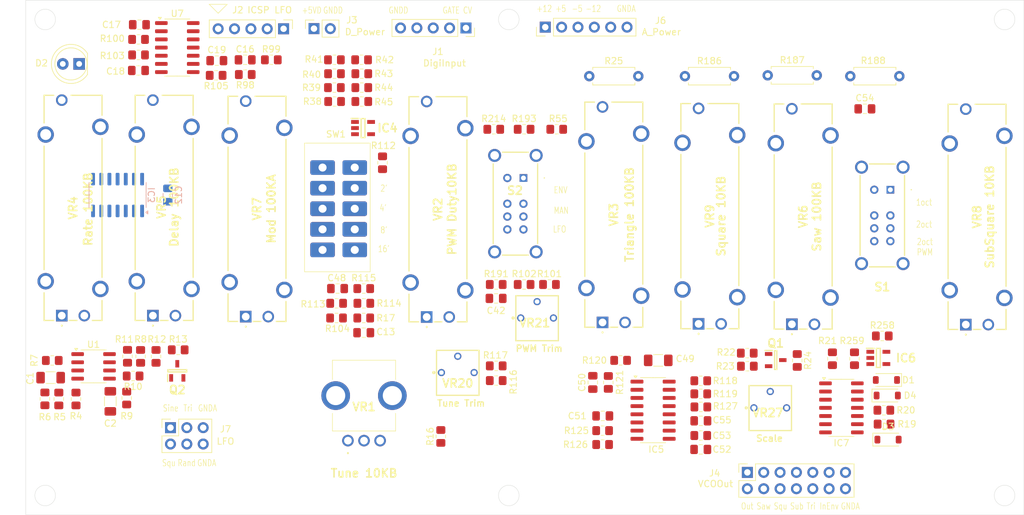
<source format=kicad_pcb>
(kicad_pcb (version 20241229) (generator "pcbnew") (generator_version "9.0")
  (layers (0 "F.Cu" signal) (2 "B.Cu" signal) (13 "F.Paste" user) (15 "B.Paste" user) (5 "F.SilkS" user "F.Silkscreen") (7 "B.SilkS" user "B.Silkscreen") (1 "F.Mask" user) (3 "B.Mask" user) (25 "Edge.Cuts" user))
  (net 0 "")
  (net 1 "+5VD")
  (net 2 "Net-(C1-Pad1)")
  (net 3 "GNDD")
  (net 4 "+12VA")
  (net 5 "GNDA")
  (net 6 "-12VA")
  (net 7 "Net-(Q2-C)")
  (net 8 "Net-(U1A-+)")
  (net 9 "Raw_Triangle")
  (net 10 "Net-(U1B-+)")
  (net 11 "Net-(Q2-B)")
  (net 12 "Net-(VR1-WIPER)")
  (net 14 "Net-(C16-Pad1)")
  (net 15 "Vpwm")
  (net 16 "Net-(C48-Pad2)")
  (net 17 "-5VA")
  (net 18 "Net-(C51-Pad2)")
  (net 19 "Net-(C52-Pad2)")
  (net 20 "Net-(C53-Pad2)")
  (net 21 "VCOWave")
  (net 22 "Net-(C54-Pad1)")
  (net 23 "Net-(C55-Pad2)")
  (net 24 "Sub1oct")
  (net 25 "Sub2octPW")
  (net 26 "Net-(D2-K)")
  (net 27 "Sub2oct")
  (net 28 "Net-(U7A-+)")
  (net 29 "Delay")
  (net 30 "Net-(U7B-+)")
  (net 31 "Rate")
  (net 32 "Raw_Sine")
  (net 33 "Net-(IC4-INPUT_-)")
  (net 34 "RANGE_C")
  (net 35 "Net-(IC5-Pad14)")
  (net 36 "VP")
  (net 37 "Net-(IC5-Pad2)")
  (net 38 "Net-(IC5-Pad1)")
  (net 39 "Vtri")
  (net 40 "Vso")
  (net 41 "Net-(IC5-Pad13)")
  (net 42 "Vfci")
  (net 43 "Net-(IC5-Pad7)")
  (net 44 "+5VA")
  (net 45 "Net-(IC6-INPUT_+)")
  (net 46 "Net-(IC7A-Q)")
  (net 47 "Net-(IC7B-D)")
  (net 48 "Net-(IC7A-D)")
  (net 49 "Net-(IC7A-C)")
  (net 50 "SubVP")
  (net 51 "VPseparate")
  (net 52 "Triangle")
  (net 53 "Sine")
  (net 54 "PWM_S_LFO")
  (net 56 "CV")
  (net 57 "Net-(U7C-+)")
  (net 59 "Net-(Q1-B)")
  (net 60 "Net-(U1A--)")
  (net 61 "Net-(R11-Pad2)")
  (net 62 "Net-(U1B--)")
  (net 63 "Net-(VR1-CW)")
  (net 64 "RANGE_16")
  (net 65 "RANGE_8")
  (net 66 "RANGE_4")
  (net 67 "RANGE_2")
  (net 68 "Net-(R42-Pad2)")
  (net 69 "PWM_S_MAN")
  (net 70 "Net-(R101-Pad1)")
  (net 71 "Net-(VR7-WIPER)")
  (net 72 "Net-(VR9-WIPER)")
  (net 73 "Net-(VR6-WIPER)")
  (net 74 "Net-(VR8-WIPER)")
  (net 75 "Net-(VR2-WIPER)")
  (net 76 "PWM_S_ENV")
  (net 77 "PWMSource")
  (net 78 "Net-(VR3-WIPER)")
  (net 79 "Net-(D3-A)")
  (net 80 "Net-(D3-K)")
  (net 81 "Net-(VR21-CW)")
  (net 82 "Net-(VR20-WIPER)")
  (net 83 "Net-(VR20-CW)")
  (net 84 "Net-(VR27-CCW)")
  (net 87 "Square")
  (net 88 "ICSPDT_LFO")
  (net 89 "~MCLR_LFO")
  (net 90 "PWM_Triangle")
  (net 91 "PWM_Sine")
  (net 92 "ICSPCLK_LFO")
  (net 93 "PWM_Randum")
  (net 94 "Gate")
  (net 95 "Randum")
  (net 96 "EnvFlt")
  (net 97 "Net-(U7D--)")
  (footprint "Capacitor_SMD:C_0805_2012Metric_Pad1.18x1.45mm_HandSolder" (layer "F.Cu") (at 145.812 109.839 180)
    (property "Reference" "C52" (at -3.302 0 0) (layer "F.SilkS"))
    (property "Value" "CL21C102JBCNNNC")
    (pad "1" smd roundrect (at -1.0375 0 180) (size 1.175 1.45) (layers "F.Cu" "F.Mask" "F.Paste") (roundrect_rratio 0.212766) (net 5 "GNDA"))
    (pad "2" smd roundrect (at 1.0375 0 180) (size 1.175 1.45) (layers "F.Cu" "F.Mask" "F.Paste") (roundrect_rratio 0.212766) (net 19 "Net-(C52-Pad2)"))
  )
  (footprint "Resistor_SMD:R_0805_2012Metric_Pad1.20x1.40mm_HandSolder" (layer "F.Cu") (at 48.784 101.997 90)
    (property "Reference" "R4" (at -2.651 0 180) (layer "F.SilkS"))
    (property "Value" "0805W8J0104T5E")
    (pad "1" smd roundrect (at -1 0 90) (size 1.2 1.4) (layers "F.Cu" "F.Mask" "F.Paste") (roundrect_rratio 0.208333) (net 5 "GNDA"))
    (pad "2" smd roundrect (at 1 0 90) (size 1.2 1.4) (layers "F.Cu" "F.Mask" "F.Paste") (roundrect_rratio 0.208333) (net 8 "Net-(U1A-+)"))
  )
  (footprint "SamacSys_parts:3362P_1" (layer "F.Cu") (at 108.077 101.424)
    (property "Reference" "VR20" (at 0 -1.856 0) (layer "F.SilkS") (effects (font (size 1.27 1.27) (thickness 0.254))))
    (property "Value" "3362P-1-503LF" (hide yes))
    (pad "1" thru_hole circle (at -2.54 -3.53) (size 1.12 1.12) (drill 0.69) (layers "*.Cu" "*.Mask") (net 44 "+5VA"))
    (pad "2" thru_hole circle (at 0 -6.07) (size 1.12 1.12) (drill 0.69) (layers "*.Cu" "*.Mask") (net 82 "Net-(VR20-WIPER)"))
    (pad "3" thru_hole circle (at 2.54 -3.53) (size 1.12 1.12) (drill 0.69) (layers "*.Cu" "*.Mask") (net 83 "Net-(VR20-CW)"))
  )
  (footprint "Resistor_THT:R_Axial_DIN0207_L6.3mm_D2.5mm_P7.62mm_Horizontal" (layer "F.Cu") (at 169.037 51.816)
    (property "Reference" "R188" (at 3.556 -2.413 0) (layer "F.SilkS"))
    (property "Value" "1M")
    (pad "1" thru_hole circle (at 0 0) (size 1.6 1.6) (drill 0.8) (layers "*.Cu" "*.Mask") (net 74 "Net-(VR8-WIPER)"))
    (pad "2" thru_hole circle (at 7.62 0) (size 1.6 1.6) (drill 0.8) (layers "*.Cu" "*.Mask") (net 22 "Net-(C54-Pad1)"))
  )
  (footprint "Resistor_SMD:R_0805_2012Metric_Pad1.20x1.40mm_HandSolder" (layer "F.Cu") (at 93.472 89.408 180)
    (property "Reference" "R17" (at -3.429 0 0) (layer "F.SilkS"))
    (property "Value" "0805W8F1004T5E")
    (pad "1" smd roundrect (at -1 0 180) (size 1.2 1.4) (layers "F.Cu" "F.Mask" "F.Paste") (roundrect_rratio 0.208333) (net 12 "Net-(VR1-WIPER)"))
    (pad "2" smd roundrect (at 1 0 180) (size 1.2 1.4) (layers "F.Cu" "F.Mask" "F.Paste") (roundrect_rratio 0.208333) (net 42 "Vfci"))
  )
  (footprint "Resistor_SMD:R_0805_2012Metric_Pad1.20x1.40mm_HandSolder" (layer "F.Cu") (at 145.812 101.203)
    (property "Reference" "R119" (at 3.81 0 0) (layer "F.SilkS"))
    (property "Value" "0805W8F1504T5E")
    (pad "1" smd roundrect (at -1 0) (size 1.2 1.4) (layers "F.Cu" "F.Mask" "F.Paste") (roundrect_rratio 0.208333) (net 41 "Net-(IC5-Pad13)"))
    (pad "2" smd roundrect (at 1 0) (size 1.2 1.4) (layers "F.Cu" "F.Mask" "F.Paste") (roundrect_rratio 0.208333) (net 4 "+12VA"))
  )
  (footprint "Resistor_SMD:R_0805_2012Metric_Pad1.20x1.40mm_HandSolder" (layer "F.Cu") (at 130.572 109.077)
    (property "Reference" "R126" (at -4.207 0 0) (layer "F.SilkS"))
    (property "Value" "0805W8F1002T5E")
    (pad "1" smd roundrect (at -1 0) (size 1.2 1.4) (layers "F.Cu" "F.Mask" "F.Paste") (roundrect_rratio 0.208333) (net 5 "GNDA"))
    (pad "2" smd roundrect (at 1 0) (size 1.2 1.4) (layers "F.Cu" "F.Mask" "F.Paste") (roundrect_rratio 0.208333) (net 43 "Net-(IC5-Pad7)"))
  )
  (footprint "SamacSys_parts:PTA20432010CIB104" (layer "F.Cu") (at 159.967 90.384 90)
    (property "Reference" "VR6" (at 16.75 1.75 90) (layer "F.SilkS") (effects (font (size 1.27 1.27) (thickness 0.254))))
    (property "Value" "Saw 100KB" (at 16.75 3.863 90) (layer "F.SilkS") (effects (font (size 1.27 1.27) (thickness 0.254))))
    (pad "1" thru_hole rect (at 0 0 90) (size 1.8 1.8) (drill 1.2) (layers "*.Cu" "*.Mask") (net 44 "+5VA"))
    (pad "2" thru_hole circle (at 0 3.5 90) (size 1.8 1.8) (drill 1.2) (layers "*.Cu" "*.Mask") (net 73 "Net-(VR6-WIPER)"))
    (pad "3" thru_hole circle (at 33.5 0 90) (size 1.8 1.8) (drill 1.2) (layers "*.Cu" "*.Mask") (net 40 "Vso"))
    (pad "MH1" thru_hole circle (at 5.35 -2.5 90) (size 2.55 2.55) (drill 1.7) (layers "*.Cu" "*.Mask") (net 5 "GNDA"))
    (pad "MH2" thru_hole circle (at 4.15 6 90) (size 2.55 2.55) (drill 1.7) (layers "*.Cu" "*.Mask") (net 5 "GNDA"))
    (pad "MH3" thru_hole circle (at 28.15 -2.5 90) (size 2.55 2.55) (drill 1.7) (layers "*.Cu" "*.Mask") (net 5 "GNDA"))
    (pad "MH4" thru_hole circle (at 29.35 6 90) (size 2.55 2.55) (drill 1.7) (layers "*.Cu" "*.Mask") (net 5 "GNDA"))
  )
  (footprint "Resistor_SMD:R_0805_2012Metric_Pad1.20x1.40mm_HandSolder" (layer "F.Cu") (at 153.035 94.869)
    (property "Reference" "R22" (at -3.286 -0.127 0) (layer "F.SilkS"))
    (property "Value" "0805W8F1002T5E")
    (pad "1" smd roundrect (at -1 0) (size 1.2 1.4) (layers "F.Cu" "F.Mask" "F.Paste") (roundrect_rratio 0.208333) (net 36 "VP"))
    (pad "2" smd roundrect (at 1 0) (size 1.2 1.4) (layers "F.Cu" "F.Mask" "F.Paste") (roundrect_rratio 0.208333) (net 59 "Net-(Q1-B)"))
  )
  (footprint "Resistor_SMD:R_0805_2012Metric_Pad1.20x1.40mm_HandSolder" (layer "F.Cu") (at 145.828 103.235)
    (property "Reference" "R127" (at 3.81 -0.127 0) (layer "F.SilkS"))
    (property "Value" "0805W8F5600T5E")
    (pad "1" smd roundrect (at -1 0) (size 1.2 1.4) (layers "F.Cu" "F.Mask" "F.Paste") (roundrect_rratio 0.208333) (net 41 "Net-(IC5-Pad13)"))
    (pad "2" smd roundrect (at 1 0) (size 1.2 1.4) (layers "F.Cu" "F.Mask" "F.Paste") (roundrect_rratio 0.208333) (net 23 "Net-(C55-Pad2)"))
  )
  (footprint "Capacitor_SMD:C_0805_2012Metric_Pad1.18x1.45mm_HandSolder" (layer "F.Cu") (at 93.472 91.694)
    (property "Reference" "C13" (at 3.429 -0.127 0) (layer "F.SilkS"))
    (property "Value" "CL21C102JBCNNNC")
    (pad "1" smd roundrect (at -1.0375 0) (size 1.175 1.45) (layers "F.Cu" "F.Mask" "F.Paste") (roundrect_rratio 0.212766) (net 5 "GNDA"))
    (pad "2" smd roundrect (at 1.0375 0) (size 1.175 1.45) (layers "F.Cu" "F.Mask" "F.Paste") (roundrect_rratio 0.212766) (net 12 "Net-(VR1-WIPER)"))
  )
  (footprint "Resistor_SMD:R_0805_2012Metric_Pad1.20x1.40mm_HandSolder" (layer "F.Cu") (at 89.265 87.122 180)
    (property "Reference" "R113" (at 3.667 -0.127 180) (layer "F.SilkS"))
    (property "Value" "0805W8F5600T5E")
    (pad "1" smd roundrect (at -1 0 180) (size 1.2 1.4) (layers "F.Cu" "F.Mask" "F.Paste") (roundrect_rratio 0.208333) (net 42 "Vfci"))
    (pad "2" smd roundrect (at 1 0 180) (size 1.2 1.4) (layers "F.Cu" "F.Mask" "F.Paste") (roundrect_rratio 0.208333) (net 16 "Net-(C48-Pad2)"))
  )
  (footprint "Connector_PinSocket_2.54mm:PinSocket_1x05_P2.54mm_Vertical" (layer "F.Cu") (at 109.347 44.323 -90)
    (property "Reference" "J1" (at 3.677 4.347 180) (layer "F.SilkS"))
    (property "Value" "DigiInput" (at 5.477 3.331 180) (layer "F.SilkS"))
    (pad "1" thru_hole rect (at 0 0 270) (size 1.7 1.7) (drill 1) (layers "*.Cu" "*.Mask") (net 56 "CV"))
    (pad "2" thru_hole circle (at 0 2.54 270) (size 1.7 1.7) (drill 1) (layers "*.Cu" "*.Mask") (net 94 "Gate"))
    (pad "3" thru_hole circle (at 0 5.08 270) (size 1.7 1.7) (drill 1) (layers "*.Cu" "*.Mask"))
    (pad "4" thru_hole circle (at 0 7.62 270) (size 1.7 1.7) (drill 1) (layers "*.Cu" "*.Mask"))
    (pad "5" thru_hole circle (at 0 10.16 270) (size 1.7 1.7) (drill 1) (layers "*.Cu" "*.Mask") (net 3 "GNDD"))
  )
  (footprint "Resistor_SMD:R_0805_2012Metric_Pad1.20x1.40mm_HandSolder" (layer "F.Cu") (at 114.046 84.201)
    (property "Reference" "R191" (at 0 -1.65 0) (layer "F.SilkS"))
    (property "Value" "0805W8J0104T5E")
    (pad "1" smd roundrect (at -1 0) (size 1.2 1.4) (layers "F.Cu" "F.Mask" "F.Paste") (roundrect_rratio 0.208333) (net 75 "Net-(VR2-WIPER)"))
    (pad "2" smd roundrect (at 1 0) (size 1.2 1.4) (layers "F.Cu" "F.Mask" "F.Paste") (roundrect_rratio 0.208333) (net 15 "Vpwm"))
  )
  (footprint "Package_SO:SOIC-14_3.9x8.7mm_P1.27mm" (layer "F.Cu") (at 167.656 103.378)
    (property "Reference" "IC7" (at 0 5.461 0) (layer "F.SilkS"))
    (property "Value" "HEF4013BT,653")
    (pad "1" smd roundrect (at -2.475 -3.81) (size 1.95 0.6) (layers "F.Cu" "F.Mask" "F.Paste") (net 46 "Net-(IC7A-Q)"))
    (pad "2" smd roundrect (at -2.475 -2.54) (size 1.95 0.6) (layers "F.Cu" "F.Mask" "F.Paste") (net 48 "Net-(IC7A-D)"))
    (pad "3" smd roundrect (at -2.475 -1.27) (size 1.95 0.6) (layers "F.Cu" "F.Mask" "F.Paste") (net 49 "Net-(IC7A-C)"))
    (pad "4" smd roundrect (at -2.475 0) (size 1.95 0.6) (layers "F.Cu" "F.Mask" "F.Paste") (net 5 "GNDA"))
    (pad "5" smd roundrect (at -2.475 1.27) (size 1.95 0.6) (layers "F.Cu" "F.Mask" "F.Paste") (net 48 "Net-(IC7A-D)"))
    (pad "6" smd roundrect (at -2.475 2.54) (size 1.95 0.6) (layers "F.Cu" "F.Mask" "F.Paste") (net 5 "GNDA"))
    (pad "7" smd roundrect (at -2.475 3.81) (size 1.95 0.6) (layers "F.Cu" "F.Mask" "F.Paste") (net 5 "GNDA"))
    (pad "8" smd roundrect (at 2.475 3.81) (size 1.95 0.6) (layers "F.Cu" "F.Mask" "F.Paste") (net 5 "GNDA"))
    (pad "9" smd roundrect (at 2.475 2.54) (size 1.95 0.6) (layers "F.Cu" "F.Mask" "F.Paste") (net 47 "Net-(IC7B-D)"))
    (pad "10" smd roundrect (at 2.475 1.27) (size 1.95 0.6) (layers "F.Cu" "F.Mask" "F.Paste") (net 5 "GNDA"))
    (pad "11" smd roundrect (at 2.475 0) (size 1.95 0.6) (layers "F.Cu" "F.Mask" "F.Paste") (net 80 "Net-(D3-K)"))
    (pad "12" smd roundrect (at 2.475 -1.27) (size 1.95 0.6) (layers "F.Cu" "F.Mask" "F.Paste") (net 47 "Net-(IC7B-D)"))
    (pad "13" smd roundrect (at 2.475 -2.54) (size 1.95 0.6) (layers "F.Cu" "F.Mask" "F.Paste") (net 49 "Net-(IC7A-C)"))
    (pad "14" smd roundrect (at 2.475 -3.81) (size 1.95 0.6) (layers "F.Cu" "F.Mask" "F.Paste") (net 4 "+12VA"))
  )
  (footprint "Capacitor_SMD:C_1206_3216Metric_Pad1.33x1.80mm_HandSolder" (layer "F.Cu") (at 54.118 102.362 90)
    (property "Reference" "C2" (at -3.429 0 180) (layer "F.SilkS"))
    (property "Value" "EMK316BBJ476ML-T")
    (pad "1" smd roundrect (at -1.5625 0 90) (size 1.325 1.8) (layers "F.Cu" "F.Mask" "F.Paste") (roundrect_rratio 0.188679) (net 9 "Raw_Triangle"))
    (pad "2" smd roundrect (at 1.5625 0 90) (size 1.325 1.8) (layers "F.Cu" "F.Mask" "F.Paste") (roundrect_rratio 0.188679) (net 10 "Net-(U1B-+)"))
  )
  (footprint "Package_SO:SOP-16_3.9x9.9mm_P1.27mm" (layer "F.Cu") (at 138.406 103.743)
    (property "Reference" "IC5" (at 0.4875 6.096 0) (layer "F.SilkS"))
    (property "Value" "V3340M")
    (pad "1" smd roundrect (at -2.5 -4.445) (size 2 0.6) (layers "F.Cu" "F.Mask" "F.Paste") (net 38 "Net-(IC5-Pad1)"))
    (pad "2" smd roundrect (at -2.5 -3.175) (size 2 0.6) (layers "F.Cu" "F.Mask" "F.Paste") (net 37 "Net-(IC5-Pad2)"))
    (pad "3" smd roundrect (at -2.5 -1.905) (size 2 0.6) (layers "F.Cu" "F.Mask" "F.Paste") (net 17 "-5VA"))
    (pad "4" smd roundrect (at -2.5 -0.635) (size 2 0.6) (layers "F.Cu" "F.Mask" "F.Paste") (net 36 "VP"))
    (pad "5" smd roundrect (at -2.5 0.635) (size 2 0.6) (layers "F.Cu" "F.Mask" "F.Paste") (net 15 "Vpwm"))
    (pad "6" smd roundrect (at -2.5 1.905) (size 2 0.6) (layers "F.Cu" "F.Mask" "F.Paste") (net 18 "Net-(C51-Pad2)"))
    (pad "7" smd roundrect (at -2.5 3.175) (size 2 0.6) (layers "F.Cu" "F.Mask" "F.Paste") (net 43 "Net-(IC5-Pad7)"))
    (pad "8" smd roundrect (at -2.5 4.445) (size 2 0.6) (layers "F.Cu" "F.Mask" "F.Paste") (net 40 "Vso"))
    (pad "9" smd roundrect (at 2.5 4.445) (size 2 0.6) (layers "F.Cu" "F.Mask" "F.Paste") (net 19 "Net-(C52-Pad2)"))
    (pad "10" smd roundrect (at 2.5 3.175) (size 2 0.6) (layers "F.Cu" "F.Mask" "F.Paste") (net 39 "Vtri"))
    (pad "11" smd roundrect (at 2.5 1.905) (size 2 0.6) (layers "F.Cu" "F.Mask" "F.Paste") (net 20 "Net-(C53-Pad2)"))
    (pad "12" smd roundrect (at 2.5 0.635) (size 2 0.6) (layers "F.Cu" "F.Mask" "F.Paste") (net 5 "GNDA"))
    (pad "13" smd roundrect (at 2.5 -0.635) (size 2 0.6) (layers "F.Cu" "F.Mask" "F.Paste") (net 41 "Net-(IC5-Pad13)"))
    (pad "14" smd roundrect (at 2.5 -1.905) (size 2 0.6) (layers "F.Cu" "F.Mask" "F.Paste") (net 35 "Net-(IC5-Pad14)"))
    (pad "15" smd roundrect (at 2.5 -3.175) (size 2 0.6) (layers "F.Cu" "F.Mask" "F.Paste") (net 42 "Vfci"))
    (pad "16" smd roundrect (at 2.5 -4.445) (size 2 0.6) (layers "F.Cu" "F.Mask" "F.Paste") (net 4 "+12VA"))
  )
  (footprint "Connector_PinHeader_2.54mm:PinHeader_1x05_P2.54mm_Vertical" (layer "F.Cu") (at 81.026 44.45 -90)
    (property "Reference" "J2" (at -2.921 7.112 180) (layer "F.SilkS"))
    (property "Value" "ICSP LFO" (at -2.921 2.159 180) (layer "F.SilkS"))
    (pad "1" thru_hole rect (at 0 0 270) (size 1.7 1.7) (drill 1) (layers "*.Cu" "*.Mask") (net 92 "ICSPCLK_LFO"))
    (pad "2" thru_hole circle (at 0 2.54 270) (size 1.7 1.7) (drill 1) (layers "*.Cu" "*.Mask") (net 88 "ICSPDT_LFO"))
    (pad "3" thru_hole circle (at 0 5.08 270) (size 1.7 1.7) (drill 1) (layers "*.Cu" "*.Mask") (net 3 "GNDD"))
    (pad "4" thru_hole circle (at 0 7.62 270) (size 1.7 1.7) (drill 1) (layers "*.Cu" "*.Mask") (net 1 "+5VD"))
    (pad "5" thru_hole circle (at 0 10.16 270) (size 1.7 1.7) (drill 1) (layers "*.Cu" "*.Mask") (net 89 "~MCLR_LFO"))
  )
  (footprint "Resistor_SMD:R_0805_2012Metric_Pad1.20x1.40mm_HandSolder" (layer "F.Cu") (at 93.139 49.276 180)
    (property "Reference" "R42" (at -3.572 0 0) (layer "F.SilkS"))
    (property "Value" "0805W8F2003T5E")
    (pad "1" smd roundrect (at -1 0 180) (size 1.2 1.4) (layers "F.Cu" "F.Mask" "F.Paste") (roundrect_rratio 0.208333) (net 67 "RANGE_2"))
    (pad "2" smd roundrect (at 1 0 180) (size 1.2 1.4) (layers "F.Cu" "F.Mask" "F.Paste") (roundrect_rratio 0.208333) (net 68 "Net-(R42-Pad2)"))
  )
  (footprint "Resistor_THT:R_Axial_DIN0207_L6.3mm_D2.5mm_P7.62mm_Horizontal" (layer "F.Cu") (at 143.358 51.816)
    (property "Reference" "R186" (at 3.81 -2.37 0) (layer "F.SilkS"))
    (property "Value" "470K")
    (pad "1" thru_hole circle (at 0 0) (size 1.6 1.6) (drill 0.8) (layers "*.Cu" "*.Mask") (net 72 "Net-(VR9-WIPER)"))
    (pad "2" thru_hole circle (at 7.62 0) (size 1.6 1.6) (drill 0.8) (layers "*.Cu" "*.Mask") (net 22 "Net-(C54-Pad1)"))
  )
  (footprint "SamacSys_parts:PTA20432010CIB104" (layer "F.Cu") (at 145.477 90.323 90)
    (property "Reference" "VR9" (at 16.75 1.75 90) (layer "F.SilkS") (effects (font (size 1.27 1.27) (thickness 0.254))))
    (property "Value" "Square 10KB" (at 16.75 3.494 90) (layer "F.SilkS") (effects (font (size 1.27 1.27) (thickness 0.254))))
    (pad "1" thru_hole rect (at 0 0 90) (size 1.8 1.8) (drill 1.2) (layers "*.Cu" "*.Mask") (net 44 "+5VA"))
    (pad "2" thru_hole circle (at 0 3.5 90) (size 1.8 1.8) (drill 1.2) (layers "*.Cu" "*.Mask") (net 72 "Net-(VR9-WIPER)"))
    (pad "3" thru_hole circle (at 33.5 0 90) (size 1.8 1.8) (drill 1.2) (layers "*.Cu" "*.Mask") (net 51 "VPseparate"))
    (pad "MH1" thru_hole circle (at 5.35 -2.5 90) (size 2.55 2.55) (drill 1.7) (layers "*.Cu" "*.Mask") (net 5 "GNDA"))
    (pad "MH2" thru_hole circle (at 4.15 6 90) (size 2.55 2.55) (drill 1.7) (layers "*.Cu" "*.Mask") (net 5 "GNDA"))
    (pad "MH3" thru_hole circle (at 28.15 -2.5 90) (size 2.55 2.55) (drill 1.7) (layers "*.Cu" "*.Mask") (net 5 "GNDA"))
    (pad "MH4" thru_hole circle (at 29.35 6 90) (size 2.55 2.55) (drill 1.7) (layers "*.Cu" "*.Mask") (net 5 "GNDA"))
  )
  (footprint "Capacitor_SMD:C_0805_2012Metric_Pad1.18x1.45mm_HandSolder" (layer "F.Cu") (at 75.057 49.276 180)
    (property "Reference" "C16" (at 0 1.651 0) (layer "F.SilkS"))
    (property "Value" "0805B103J500NT")
    (pad "1" smd roundrect (at -1.0375 0 180) (size 1.175 1.45) (layers "F.Cu" "F.Mask" "F.Paste") (roundrect_rratio 0.212766) (net 14 "Net-(C16-Pad1)"))
    (pad "2" smd roundrect (at 1.0375 0 180) (size 1.175 1.45) (layers "F.Cu" "F.Mask" "F.Paste") (roundrect_rratio 0.212766) (net 3 "GNDD"))
  )
  (footprint "Resistor_SMD:R_0805_2012Metric_Pad1.20x1.40mm_HandSolder" (layer "F.Cu") (at 93.488 87.122 180)
    (property "Reference" "R114" (at -3.921 0 180) (layer "F.SilkS"))
    (property "Value" "0805W8J0104T5E")
    (pad "1" smd roundrect (at -1 0 180) (size 1.2 1.4) (layers "F.Cu" "F.Mask" "F.Paste") (roundrect_rratio 0.208333) (net 56 "CV"))
    (pad "2" smd roundrect (at 1 0 180) (size 1.2 1.4) (layers "F.Cu" "F.Mask" "F.Paste") (roundrect_rratio 0.208333) (net 42 "Vfci"))
  )
  (footprint "Diode_SMD:D_SOD-123" (layer "F.Cu") (at 174.898 108.315)
    (property "Reference" "D3" (at 0 -2 0) (layer "F.SilkS"))
    (property "Value" "1N4148W")
    (pad "1" smd roundrect (at -1.65 0) (size 0.9 1.2) (layers "F.Cu" "F.Mask" "F.Paste") (net 80 "Net-(D3-K)"))
    (pad "2" smd roundrect (at 1.65 0) (size 0.9 1.2) (layers "F.Cu" "F.Mask" "F.Paste") (net 79 "Net-(D3-A)"))
  )
  (footprint "Resistor_SMD:R_0805_2012Metric_Pad1.20x1.40mm_HandSolder" (layer "F.Cu") (at 88.932 51.435 180)
    (property "Reference" "R40" (at 3.556 -0.127 0) (layer "F.SilkS"))
    (property "Value" "0805W8F2003T5E")
    (pad "1" smd roundrect (at -1 0 180) (size 1.2 1.4) (layers "F.Cu" "F.Mask" "F.Paste") (roundrect_rratio 0.208333) (net 65 "RANGE_8"))
    (pad "2" smd roundrect (at 1 0 180) (size 1.2 1.4) (layers "F.Cu" "F.Mask" "F.Paste") (roundrect_rratio 0.208333) (net 66 "RANGE_4"))
  )
  (footprint "Resistor_SMD:R_0805_2012Metric_Pad1.20x1.40mm_HandSolder" (layer "F.Cu") (at 153.051 96.901)
    (property "Reference" "R23" (at -3.429 0 0) (layer "F.SilkS"))
    (property "Value" "0805W8F1001T5E")
    (pad "1" smd roundrect (at -1 0) (size 1.2 1.4) (layers "F.Cu" "F.Mask" "F.Paste") (roundrect_rratio 0.208333) (net 5 "GNDA"))
    (pad "2" smd roundrect (at 1 0) (size 1.2 1.4) (layers "F.Cu" "F.Mask" "F.Paste") (roundrect_rratio 0.208333) (net 59 "Net-(Q1-B)"))
  )
  (footprint "Resistor_SMD:R_0805_2012Metric_Pad1.20x1.40mm_HandSolder" (layer "F.Cu") (at 93.472 84.836)
    (property "Reference" "R115" (at 0 -1.65 0) (layer "F.SilkS"))
    (property "Value" "0805W8F5603T5E")
    (pad "1" smd roundrect (at -1 0) (size 1.2 1.4) (layers "F.Cu" "F.Mask" "F.Paste") (roundrect_rratio 0.208333) (net 42 "Vfci"))
    (pad "2" smd roundrect (at 1 0) (size 1.2 1.4) (layers "F.Cu" "F.Mask" "F.Paste") (roundrect_rratio 0.208333) (net 44 "+5VA"))
  )
  (footprint "SamacSys_parts:MS2301L6" (layer "F.Cu") (at 175.26 69.469 -90)
    (property "Reference" "S1" (at 15.116 1.2495 0) (layer "F.SilkS") (effects (font (size 1.27 1.27) (thickness 0.254))))
    (property "Value" "MS2301L6" (hide yes))
    (pad "1" thru_hole rect (at 0 0 270) (size 1.2 1.2) (drill 0.75) (layers "*.Cu" "*.Mask") (net 24 "Sub1oct"))
    (pad "2" thru_hole circle (at 6 0 270) (size 1.286 1.286) (drill 0.75) (layers "*.Cu" "*.Mask") (net 27 "Sub2oct"))
    (pad "3" thru_hole circle (at 8 0 270) (size 1.286 1.286) (drill 0.75) (layers "*.Cu" "*.Mask") (net 25 "Sub2octPW"))
    (pad "4" thru_hole circle (at 0 2.5 270) (size 1.286 1.286) (drill 0.75) (layers "*.Cu" "*.Mask") (net 24 "Sub1oct"))
    (pad "5" thru_hole circle (at 6 2.5 270) (size 1.286 1.286) (drill 0.75) (layers "*.Cu" "*.Mask") (net 27 "Sub2oct"))
    (pad "6" thru_hole circle (at 8 2.5 270) (size 1.286 1.286) (drill 0.75) (layers "*.Cu" "*.Mask") (net 25 "Sub2octPW"))
    (pad "7" thru_hole circle (at -3.51 -1.975 270) (size 2.025 2.025) (drill 1.35) (layers "*.Cu" "*.Mask") (net 5 "GNDA"))
    (pad "8" thru_hole circle (at 11.49 -1.975 270) (size 2.025 2.025) (drill 1.35) (layers "*.Cu" "*.Mask") (net 5 "GNDA"))
    (pad "9" thru_hole circle (at -3.51 4.475 270) (size 2.025 2.025) (drill 1.35) (layers "*.Cu" "*.Mask") (net 5 "GNDA"))
    (pad "10" thru_hole circle (at 11.49 4.475 270) (size 2.025 2.025) (drill 1.35) (layers "*.Cu" "*.Mask") (net 5 "GNDA"))
    (pad "C1" thru_hole circle (at 4 0 270) (size 1.286 1.286) (drill 0.75) (layers "*.Cu" "*.Mask") (net 50 "SubVP"))
    (pad "C2" thru_hole circle (at 4 2.5 270) (size 1.286 1.286) (drill 0.75) (layers "*.Cu" "*.Mask") (net 50 "SubVP"))
  )
  (footprint "Resistor_SMD:R_0805_2012Metric_Pad1.20x1.40mm_HandSolder" (layer "F.Cu") (at 174.279 105.902 180)
    (property "Reference" "R19" (at -3.556 0 0) (layer "F.SilkS"))
    (property "Value" "0805W8F4702T5E")
    (pad "1" smd roundrect (at -1 0 180) (size 1.2 1.4) (layers "F.Cu" "F.Mask" "F.Paste") (roundrect_rratio 0.208333) (net 5 "GNDA"))
    (pad "2" smd roundrect (at 1 0 180) (size 1.2 1.4) (layers "F.Cu" "F.Mask" "F.Paste") (roundrect_rratio 0.208333) (net 80 "Net-(D3-K)"))
  )
  (footprint "SamacSys_parts:3362P_1" (layer "F.Cu") (at 156.607 106.908)
    (property "Reference" "VR27" (at -0.36821 -2.74963 0) (layer "F.SilkS") (effects (font (size 1.27 1.27) (thickness 0.254))))
    (property "Value" "3362P-1-501LF" (hide yes))
    (pad "1" thru_hole circle (at -2.54 -3.53) (size 1.12 1.12) (drill 0.69) (layers "*.Cu" "*.Mask") (net 84 "Net-(VR27-CCW)"))
    (pad "2" thru_hole circle (at 0 -6.07) (size 1.12 1.12) (drill 0.69) (layers "*.Cu" "*.Mask") (net 84 "Net-(VR27-CCW)"))
    (pad "3" thru_hole circle (at 2.54 -3.53) (size 1.12 1.12) (drill 0.69) (layers "*.Cu" "*.Mask") (net 5 "GNDA"))
  )
  (footprint "Connector_PinSocket_2.54mm:PinSocket_1x02_P2.54mm_Vertical" (layer "F.Cu") (at 85.745 44.425 90)
    (property "Reference" "J3" (at 1.33 5.8865 180) (layer "F.SilkS"))
    (property "Value" "D_Power" (at -0.508 7.9185 180) (layer "F.SilkS"))
    (pad "1" thru_hole rect (at 0 0 90) (size 1.7 1.7) (drill 1) (layers "*.Cu" "*.Mask") (net 1 "+5VD"))
    (pad "2" thru_hole circle (at 0 2.54 90) (size 1.7 1.7) (drill 1) (layers "*.Cu" "*.Mask") (net 3 "GNDD"))
  )
  (footprint "Resistor_SMD:R_0805_2012Metric_Pad1.20x1.40mm_HandSolder" (layer "F.Cu") (at 88.916 53.594 180)
    (property "Reference" "R39" (at 3.556 0 0) (layer "F.SilkS"))
    (property "Value" "0805W8F2003T5E")
    (pad "1" smd roundrect (at -1 0 180) (size 1.2 1.4) (layers "F.Cu" "F.Mask" "F.Paste") (roundrect_rratio 0.208333) (net 64 "RANGE_16"))
    (pad "2" smd roundrect (at 1 0 180) (size 1.2 1.4) (layers "F.Cu" "F.Mask" "F.Paste") (roundrect_rratio 0.208333) (net 65 "RANGE_8"))
  )
  (footprint "Capacitor_SMD:C_0805_2012Metric_Pad1.18x1.45mm_HandSolder" (layer "F.Cu") (at 58.6335 43.815 180)
    (property "Reference" "C17" (at 4.3395 0 0) (layer "F.SilkS"))
    (property "Value" "0805B103J500NT")
    (pad "1" smd roundrect (at -1.0375 0 180) (size 1.175 1.45) (layers "F.Cu" "F.Mask" "F.Paste") (roundrect_rratio 0.212766) (net 28 "Net-(U7A-+)"))
    (pad "2" smd roundrect (at 1.0375 0 180) (size 1.175 1.45) (layers "F.Cu" "F.Mask" "F.Paste") (roundrect_rratio 0.212766) (net 3 "GNDD"))
  )
  (footprint "Resistor_SMD:R_0805_2012Metric_Pad1.20x1.40mm_HandSolder" (layer "F.Cu") (at 58.501 48.514)
    (property "Reference" "R103" (at -4.08 0.127 0) (layer "F.SilkS"))
    (property "Value" "0805W8F1002T5E")
    (pad "1" smd roundrect (at -1 0) (size 1.2 1.4) (layers "F.Cu" "F.Mask" "F.Paste") (roundrect_rratio 0.208333) (net 90 "PWM_Triangle"))
    (pad "2" smd roundrect (at 1 0) (size 1.2 1.4) (layers "F.Cu" "F.Mask" "F.Paste") (roundrect_rratio 0.208333) (net 30 "Net-(U7B-+)"))
  )
  (footprint "Resistor_SMD:R_0805_2012Metric_Pad1.20x1.40mm_HandSolder" (layer "F.Cu") (at 118.38 84.201)
    (property "Reference" "R102" (at 0 -1.65 0) (layer "F.SilkS"))
    (property "Value" "0805W8J0394T5E")
    (pad "1" smd roundrect (at -1 0) (size 1.2 1.4) (layers "F.Cu" "F.Mask" "F.Paste") (roundrect_rratio 0.208333) (net 15 "Vpwm"))
    (pad "2" smd roundrect (at 1 0) (size 1.2 1.4) (layers "F.Cu" "F.Mask" "F.Paste") (roundrect_rratio 0.208333) (net 70 "Net-(R101-Pad1)"))
  )
  (footprint "Resistor_SMD:R_0805_2012Metric_Pad1.20x1.40mm_HandSolder" (layer "F.Cu") (at 61.214 95.377 90)
    (property "Reference" "R12" (at 2.667 0.127 180) (layer "F.SilkS"))
    (property "Value" "0805W8J0104T5E")
    (pad "1" smd roundrect (at -1 0 90) (size 1.2 1.4) (layers "F.Cu" "F.Mask" "F.Paste") (roundrect_rratio 0.208333) (net 52 "Triangle"))
    (pad "2" smd roundrect (at 1 0 90) (size 1.2 1.4) (layers "F.Cu" "F.Mask" "F.Paste") (roundrect_rratio 0.208333) (net 11 "Net-(Q2-B)"))
  )
  (footprint "Resistor_SMD:R_0805_2012Metric_Pad1.20x1.40mm_HandSolder" (layer "F.Cu") (at 88.948 55.753)
    (property "Reference" "R38" (at -3.445 0 0) (layer "F.SilkS"))
    (property "Value" "0805W8F2003T5E")
    (pad "1" smd roundrect (at -1 0) (size 1.2 1.4) (layers "F.Cu" "F.Mask" "F.Paste") (roundrect_rratio 0.208333) (net 5 "GNDA"))
    (pad "2" smd roundrect (at 1 0) (size 1.2 1.4) (layers "F.Cu" "F.Mask" "F.Paste") (roundrect_rratio 0.208333) (net 64 "RANGE_16"))
  )
  (footprint "Resistor_SMD:R_0805_2012Metric_Pad1.20x1.40mm_HandSolder" (layer "F.Cu") (at 133.366 95.996)
    (property "Reference" "R120" (at -4.064 0 0) (layer "F.SilkS"))
    (property "Value" "0805W8F2802T5E")
    (pad "1" smd roundrect (at -1 0) (size 1.2 1.4) (layers "F.Cu" "F.Mask" "F.Paste") (roundrect_rratio 0.208333) (net 17 "-5VA"))
    (pad "2" smd roundrect (at 1 0) (size 1.2 1.4) (layers "F.Cu" "F.Mask" "F.Paste") (roundrect_rratio 0.208333) (net 38 "Net-(IC5-Pad1)"))
  )
  (footprint "Resistor_THT:R_Axial_DIN0207_L6.3mm_D2.5mm_P7.62mm_Horizontal" (layer "F.Cu") (at 156.21 51.689)
    (property "Reference" "R187" (at 3.81 -2.37 0) (layer "F.SilkS"))
    (property "Value" "470K")
    (pad "1" thru_hole circle (at 0 0) (size 1.6 1.6) (drill 0.8) (layers "*.Cu" "*.Mask") (net 73 "Net-(VR6-WIPER)"))
    (pad "2" thru_hole circle (at 7.62 0) (size 1.6 1.6) (drill 0.8) (layers "*.Cu" "*.Mask") (net 22 "Net-(C54-Pad1)"))
  )
  (footprint "Connector_PinHeader_2.54mm:PinHeader_1x06_P2.54mm_Vertical" (layer "F.Cu") (at 121.666 44.196 90)
    (property "Reference" "J6" (at 1.016 17.907 180) (layer "F.SilkS"))
    (property "Value" "A_Power" (at -0.754 18.034 180) (layer "F.SilkS"))
    (pad "1" thru_hole rect (at 0 0 90) (size 1.7 1.7) (drill 1) (layers "*.Cu" "*.Mask") (net 4 "+12VA"))
    (pad "2" thru_hole circle (at 0 2.54 90) (size 1.7 1.7) (drill 1) (layers "*.Cu" "*.Mask") (net 44 "+5VA"))
    (pad "3" thru_hole circle (at 0 5.08 90) (size 1.7 1.7) (drill 1) (layers "*.Cu" "*.Mask") (net 17 "-5VA"))
    (pad "4" thru_hole circle (at 0 7.62 90) (size 1.7 1.7) (drill 1) (layers "*.Cu" "*.Mask") (net 6 "-12VA"))
    (pad "5" thru_hole circle (at 0 10.16 90) (size 1.7 1.7) (drill 1) (layers "*.Cu" "*.Mask"))
    (pad "6" thru_hole circle (at 0 12.7 90) (size 1.7 1.7) (drill 1) (layers "*.Cu" "*.Mask") (net 5 "GNDA"))
  )
  (footprint "SamacSys_parts:SOT95P237X125-3N" (layer "F.Cu") (at 64.516 97.62 90)
    (property "Reference" "Q2" (at -2.964 0 180) (layer "F.SilkS") (effects (font (size 1.27 1.27) (thickness 0.254))))
    (property "Value" "2SC1623(RANGE:300-400)" (hide yes))
    (pad "1" smd rect (at -1.1 -0.95 180) (size 0.6 1.15) (layers "F.Cu" "F.Mask" "F.Paste") (net 11 "Net-(Q2-B)"))
    (pad "2" smd rect (at -1.1 0.95 180) (size 0.6 1.15) (layers "F.Cu" "F.Mask" "F.Paste") (net 5 "GNDA"))
    (pad "3" smd rect (at 1.1 0 180) (size 0.6 1.15) (layers "F.Cu" "F.Mask" "F.Paste") (net 7 "Net-(Q2-C)"))
  )
  (footprint "Resistor_SMD:R_0805_2012Metric_Pad1.20x1.40mm_HandSolder" (layer "F.Cu") (at 105.447 107.823 90)
    (property "Reference" "R16" (at 0 -1.65 90) (layer "F.SilkS"))
    (property "Value" "0805W8F1002T5E")
    (pad "1" smd roundrect (at -1 0 90) (size 1.2 1.4) (layers "F.Cu" "F.Mask" "F.Paste") (roundrect_rratio 0.208333) (net 63 "Net-(VR1-CW)"))
    (pad "2" smd roundrect (at 1 0 90) (size 1.2 1.4) (layers "F.Cu" "F.Mask" "F.Paste") (roundrect_rratio 0.208333) (net 44 "+5VA"))
  )
  (footprint "SamacSys_parts:MFP 240" (layer "F.Cu") (at 89.678 72.424)
    (property "Reference" "SW1" (hide yes))
    (property "Value" "MFP_240" (hide yes))
    (fp_text user "${REFERENCE}" (at -0.524 -11.591 0) (layer "F.SilkS"))
    (pad "1" thru_hole roundrect (at -2.6 -6.4) (size 3.81 2.27) (drill 1.25) (layers "*.Cu" "*.Mask") (roundrect_rratio 0.15) (net 34 "RANGE_C"))
    (pad "2" thru_hole roundrect (at -2.6 -3.2) (size 3.81 2.27) (drill 1.25) (layers "*.Cu" "*.Mask") (roundrect_rratio 0.15) (net 67 "RANGE_2"))
    (pad "3" thru_hole roundrect (at -2.6 0) (size 3.81 2.27) (drill 1.25) (layers "*.Cu" "*.Mask") (roundrect_rratio 0.15) (net 66 "RANGE_4"))
    (pad "4" thru_hole roundrect (at -2.6 3.2) (size 3.81 2.27) (drill 1.25) (layers "*.Cu" "*.Mask") (roundrect_rratio 0.15) (net 65 "RANGE_8"))
    (pad "5" thru_hole roundrect (at -2.6 6.4) (size 3.81 2.27) (drill 1.25) (layers "*.Cu" "*.Mask") (roundrect_rratio 0.15) (net 64 "RANGE_16"))
    (pad "6" thru_hole roundrect (at 2.4 6.4) (size 3.81 2.27) (drill 1.25) (layers "*.Cu" "*.Mask") (roundrect_rratio 0.15) (net 64 "RANGE_16"))
    (pad "7" thru_hole roundrect (at 2.4 3.2) (size 3.81 2.27) (drill 1.25) (layers "*.Cu" "*.Mask") (roundrect_rratio 0.15) (net 65 "RANGE_8"))
    (pad "8" thru_hole roundrect (at 2.4 0) (size 3.81 2.27) (drill 1.25) (layers "*.Cu" "*.Mask") (roundrect_rratio 0.15) (net 66 "RANGE_4"))
    (pad "9" thru_hole roundrect (at 2.4 -3.2) (size 3.81 2.27) (drill 1.25) (layers "*.Cu" "*.Mask") (roundrect_rratio 0.15) (net 67 "RANGE_2"))
    (pad "10" thru_hole roundrect (at 2.4 -6.4) (size 3.81 2.27) (drill 1.25) (layers "*.Cu" "*.Mask") (roundrect_rratio 0.15) (net 34 "RANGE_C"))
  )
  (footprint "Resistor_SMD:R_0805_2012Metric_Pad1.20x1.40mm_HandSolder" (layer "F.Cu") (at 145.812 107.68 180)
    (property "Reference" "C53" (at -3.286 0 0) (layer "F.SilkS"))
    (property "Value" "CL21C102JBCNNNC")
    (pad "1" smd roundrect (at -1 0 180) (size 1.2 1.4) (layers "F.Cu" "F.Mask" "F.Paste") (roundrect_rratio 0.208333) (net 5 "GNDA"))
    (pad "2" smd roundrect (at 1 0 180) (size 1.2 1.4) (layers "F.Cu" "F.Mask" "F.Paste") (roundrect_rratio 0.208333) (net 20 "Net-(C53-Pad2)"))
  )
  (footprint "Resistor_SMD:R_0805_2012Metric_Pad1.20x1.40mm_HandSolder" (layer "F.Cu") (at 58.817 95.377 -90)
    (property "Reference" "R8" (at -2.667 0 180) (layer "F.SilkS"))
    (property "Value" "0805W8F1000T5E")
    (pad "1" smd roundrect (at -1 0 270) (size 1.2 1.4) (layers "F.Cu" "F.Mask" "F.Paste") (roundrect_rratio 0.208333) (net 61 "Net-(R11-Pad2)"))
    (pad "2" smd roundrect (at 1 0 270) (size 1.2 1.4) (layers "F.Cu" "F.Mask" "F.Paste") (roundrect_rratio 0.208333) (net 52 "Triangle"))
  )
  (footprint "Resistor_SMD:R_0805_2012Metric_Pad1.20x1.40mm_HandSolder" (layer "F.Cu") (at 131.461 99.425 -90)
    (property "Reference" "R121" (at 0 -1.778 90) (layer "F.SilkS"))
    (property "Value" "0805W8F5601T5E")
    (pad "1" smd roundrect (at -1 0 270) (size 1.2 1.4) (layers "F.Cu" "F.Mask" "F.Paste") (roundrect_rratio 0.208333) (net 17 "-5VA"))
    (pad "2" smd roundrect (at 1 0 270) (size 1.2 1.4) (layers "F.Cu" "F.Mask" "F.Paste") (roundrect_rratio 0.208333) (net 37 "Net-(IC5-Pad2)"))
  )
  (footprint "SamacSys_parts:PTA20432010CIB104" (layer "F.Cu") (at 186.972 90.437 90)
    (property "Reference" "VR8" (at 16.75 1.75 90) (layer "F.SilkS") (effects (font (size 1.27 1.27) (thickness 0.254))))
    (property "Value" "SubSquare 10KB" (at 16.75 3.714 90) (layer "F.SilkS") (effects (font (size 1.27 1.27) (thickness 0.254))))
    (pad "1" thru_hole rect (at 0 0 90) (size 1.8 1.8) (drill 1.2) (layers "*.Cu" "*.Mask") (net 5 "GNDA"))
    (pad "2" thru_hole circle (at 0 3.5 90) (size 1.8 1.8) (drill 1.2) (layers "*.Cu" "*.Mask") (net 74 "Net-(VR8-WIPER)"))
    (pad "3" thru_hole circle (at 33.5 0 90) (size 1.8 1.8) (drill 1.2) (layers "*.Cu" "*.Mask") (net 50 "SubVP"))
    (pad "MH1" thru_hole circle (at 5.35 -2.5 90) (size 2.55 2.55) (drill 1.7) (layers "*.Cu" "*.Mask") (net 5 "GNDA"))
    (pad "MH2" thru_hole circle (at 4.15 6 90) (size 2.55 2.55) (drill 1.7) (layers "*.Cu" "*.Mask") (net 5 "GNDA"))
    (pad "MH3" thru_hole circle (at 28.15 -2.5 90) (size 2.55 2.55) (drill 1.7) (layers "*.Cu" "*.Mask") (net 5 "GNDA"))
    (pad "MH4" thru_hole circle (at 29.35 6 90) (size 2.55 2.55) (drill 1.7) (layers "*.Cu" "*.Mask") (net 5 "GNDA"))
  )
  (footprint "Capacitor_SMD:C_0805_2012Metric_Pad1.18x1.45mm_HandSolder" (layer "F.Cu") (at 89.408 84.836)
    (property "Reference" "C48" (at -0.127 -1.651 0) (layer "F.SilkS"))
    (property "Value" "0805B103J500NT")
    (pad "1" smd roundrect (at -1.0375 0) (size 1.175 1.45) (layers "F.Cu" "F.Mask" "F.Paste") (roundrect_rratio 0.212766) (net 5 "GNDA"))
    (pad "2" smd roundrect (at 1.0375 0) (size 1.175 1.45) (layers "F.Cu" "F.Mask" "F.Paste") (roundrect_rratio 0.212766) (net 16 "Net-(C48-Pad2)"))
  )
  (footprint "Resistor_SMD:R_0805_2012Metric_Pad1.20x1.40mm_HandSolder" (layer "F.Cu") (at 45.101 96.012 180)
    (property "Reference" "R7" (at 2.794 0 90) (layer "F.SilkS"))
    (property "Value" "0805W8F1000T5E")
    (pad "1" smd roundrect (at -1 0 180) (size 1.2 1.4) (layers "F.Cu" "F.Mask" "F.Paste") (roundrect_rratio 0.208333) (net 60 "Net-(U1A--)"))
    (pad "2" smd roundrect (at 1 0 180) (size 1.2 1.4) (layers "F.Cu" "F.Mask" "F.Paste") (roundrect_rratio 0.208333) (net 53 "Sine"))
  )
  (footprint "Resistor_SMD:R_0805_2012Metric_Pad1.20x1.40mm_HandSolder" (layer "F.Cu") (at 43.958 101.981 -90)
    (property "Reference" "R6" (at 2.81 0 0) (layer "F.SilkS"))
    (property "Value" "0805W8F2002T5E")
    (pad "1" smd roundrect (at -1 0 270) (size 1.2 1.4) (layers "F.Cu" "F.Mask" "F.Paste") (roundrect_rratio 0.208333) (net 2 "Net-(C1-Pad1)"))
    (pad "2" smd roundrect (at 1 0 270) (size 1.2 1.4) (layers "F.Cu" "F.Mask" "F.Paste") (roundrect_rratio 0.208333) (net 5 "GNDA"))
  )
  (footprint "Capacitor_SMD:C_1206_3216Metric_Pad1.33x1.80mm_HandSolder" (layer "F.Cu") (at 44.847 98.679)
    (property "Reference" "C1" (at -3.175 0.127 90) (layer "F.SilkS"))
    (property "Value" "EMK316BBJ476ML-T")
    (pad "1" smd roundrect (at -1.5625 0) (size 1.325 1.8) (layers "F.Cu" "F.Mask" "F.Paste") (roundrect_rratio 0.188679) (net 2 "Net-(C1-Pad1)"))
    (pad "2" smd roundrect (at 1.5625 0) (size 1.325 1.8) (layers "F.Cu" "F.Mask" "F.Paste") (roundrect_rratio 0.188679) (net 8 "Net-(U1A-+)"))
  )
  (footprint "LED_THT:LED_D5.0mm_FlatTop" (layer "F.Cu") (at 49.276 49.911 180)
    (property "Reference" "D2" (at 5.842 0.127 0) (layer "F.SilkS"))
    (property "Value" "LED")
    (pad "1" thru_hole rect (at 0 0 180) (size 1.8 1.8) (drill 0.9) (layers "*.Cu" "*.Mask") (net 26 "Net-(D2-K)"))
    (pad "2" thru_hole circle (at 2.54 0 180) (size 1.8 1.8) (drill 0.9) (layers "*.Cu" "*.Mask") (net 4 "+12VA"))
  )
  (footprint "Resistor_SMD:R_0805_2012Metric_Pad1.20x1.40mm_HandSolder" (layer "F.Cu") (at 56.658 101.854 90)
    (property "Reference" "R9" (at -2.794 0 180) (layer "F.SilkS"))
    (property "Value" "0805W8J0104T5E")
    (pad "1" smd roundrect (at -1 0 90) (size 1.2 1.4) (layers "F.Cu" "F.Mask" "F.Paste") (roundrect_rratio 0.208333) (net 5 "GNDA"))
    (pad "2" smd roundrect (at 1 0 90) (size 1.2 1.4) (layers "F.Cu" "F.Mask" "F.Paste") (roundrect_rratio 0.208333) (net 10 "Net-(U1B-+)"))
  )
  (footprint "SamacSys_parts:PTA20432010CIB104" (layer "F.Cu") (at 60.728 89.04 90)
    (property "Reference" "VR5" (at 16.867 1.339 90) (layer "F.SilkS") (effects (font (size 1.27 1.27) (thickness 0.254))))
    (property "Value" "Delay 100KB" (at 16.867 3.299 90) (layer "F.SilkS") (effects (font (size 1.27 1.27) (thickness 0.254))))
    (pad "1" thru_hole rect (at 0 0 90) (size 1.8 1.8) (drill 1.2) (layers "*.Cu" "*.Mask") (net 3 "GNDD"))
    (pad "2" thru_hole circle (at 0 3.5 90) (size 1.8 1.8) (drill 1.2) (layers "*.Cu" "*.Mask") (net 29 "Delay"))
    (pad "3" thru_hole circle (at 33.5 0 90) (size 1.8 1.8) (drill 1.2) (layers "*.Cu" "*.Mask") (net 1 "+5VD"))
    (pad "MH1" thru_hole circle (at 5.35 -2.5 90) (size 2.55 2.55) (drill 1.7) (layers "*.Cu" "*.Mask") (net 5 "GNDA"))
    (pad "MH2" thru_hole circle (at 4.15 6 90) (size 2.55 2.55) (drill 1.7) (layers "*.Cu" "*.Mask") (net 5 "GNDA"))
    (pad "MH3" thru_hole circle (at 28.15 -2.5 90) (size 2.55 2.55) (drill 1.7) (layers "*.Cu" "*.Mask") (net 5 "GNDA"))
    (pad "MH4" thru_hole circle (at 29.35 6 90) (size 2.55 2.55) (drill 1.7) (layers "*.Cu" "*.Mask") (net 5 "GNDA"))
  )
  (footprint "Resistor_SMD:R_0805_2012Metric_Pad1.20x1.40mm_HandSolder" (layer "F.Cu") (at 123.444 60.071 180)
    (property "Reference" "R55" (at -0.227064 1.651 0) (layer "F.SilkS"))
    (property "Value" "ARG05DTC5002")
    (pad "1" smd roundrect (at -1 0 180) (size 1.2 1.4) (layers "F.Cu" "F.Mask" "F.Paste") (roundrect_rratio 0.208333) (net 69 "PWM_S_MAN"))
    (pad "2" smd roundrect (at 1 0 180) (size 1.2 1.4) (layers "F.Cu" "F.Mask" "F.Paste") (roundrect_rratio 0.208333) (net 4 "+12VA"))
  )
  (footprint "Capacitor_SMD:C_0805_2012Metric_Pad1.18x1.45mm_HandSolder" (layer "F.Cu") (at 171.3015 56.896)
    (property "Reference" "C54" (at 0 -1.68 0) (layer "F.SilkS"))
    (property "Value" "CL21A106KAYNNNE")
    (pad "1" smd roundrect (at -1.0375 0) (size 1.175 1.45) (layers "F.Cu" "F.Mask" "F.Paste") (roundrect_rratio 0.212766) (net 22 "Net-(C54-Pad1)"))
    (pad "2" smd roundrect (at 1.0375 0) (size 1.175 1.45) (layers "F.Cu" "F.Mask" "F.Paste") (roundrect_rratio 0.212766) (net 21 "VCOWave"))
  )
  (footprint "Capacitor_SMD:C_0805_2012Metric_Pad1.18x1.45mm_HandSolder" (layer "F.Cu") (at 129.048 99.425 90)
    (property "Reference" "C50" (at 0 -1.68 90) (layer "F.SilkS"))
    (property "Value" "CL21B225KAFNNNE")
    (pad "1" smd roundrect (at -1.0375 0 90) (size 1.175 1.45) (layers "F.Cu" "F.Mask" "F.Paste") (roundrect_rratio 0.212766) (net 5 "GNDA"))
    (pad "2" smd roundrect (at 1.0375 0 90) (size 1.175 1.45) (layers "F.Cu" "F.Mask" "F.Paste") (roundrect_rratio 0.212766) (net 17 "-5VA"))
  )
  (footprint "Resistor_SMD:R_0805_2012Metric_Pad1.20x1.40mm_HandSolder" (layer "F.Cu") (at 56.785 95.361 90)
    (property "Reference" "R11" (at 2.651 -0.508 180) (layer "F.SilkS"))
    (property "Value" "0805W8F1201T5E")
    (pad "1" smd roundrect (at -1 0 90) (size 1.2 1.4) (layers "F.Cu" "F.Mask" "F.Paste") (roundrect_rratio 0.208333) (net 62 "Net-(U1B--)"))
    (pad "2" smd roundrect (at 1 0 90) (size 1.2 1.4) (layers "F.Cu" "F.Mask" "F.Paste") (roundrect_rratio 0.208333) (net 61 "Net-(R11-Pad2)"))
  )
  (footprint "Resistor_SMD:R_0805_2012Metric_Pad1.20x1.40mm_HandSolder" (layer "F.Cu") (at 174.247 103.743)
    (property "Reference" "R20" (at 3.429 0 0) (layer "F.SilkS"))
    (property "Value" "0805W8F4702T5E")
    (pad "1" smd roundrect (at -1 0) (size 1.2 1.4) (layers "F.Cu" "F.Mask" "F.Paste") (roundrect_rratio 0.208333) (net 49 "Net-(IC7A-C)"))
    (pad "2" smd roundrect (at 1 0) (size 1.2 1.4) (layers "F.Cu" "F.Mask" "F.Paste") (roundrect_rratio 0.208333) (net 24 "Sub1oct"))
  )
  (footprint "Resistor_SMD:R_0805_2012Metric_Pad1.20x1.40mm_HandSolder" (layer "F.Cu") (at 89.249 89.408)
    (property "Reference" "R104" (at 0.143 1.651 0) (layer "F.SilkS"))
    (property "Value" "0805W8F2203T5E")
    (pad "1" smd roundrect (at -1 0) (size 1.2 1.4) (layers "F.Cu" "F.Mask" "F.Paste") (roundrect_rratio 0.208333) (net 71 "Net-(VR7-WIPER)"))
    (pad "2" smd roundrect (at 1 0) (size 1.2 1.4) (layers "F.Cu" "F.Mask" "F.Paste") (roundrect_rratio 0.208333) (net 42 "Vfci"))
  )
  (footprint "Package_SO:SOIC-14_3.9x8.7mm_P1.27mm" (layer "F.Cu") (at 64.516 47.371)
    (property "Reference" "U7" (at 0 -5.28 0) (layer "F.SilkS"))
    (property "Value" "MCP6234T-E/SL")
    (pad "1" smd roundrect (at -2.475 -3.81) (size 1.95 0.6) (layers "F.Cu" "F.Mask" "F.Paste") (net 32 "Raw_Sine"))
    (pad "2" smd roundrect (at -2.475 -2.54) (size 1.95 0.6) (layers "F.Cu" "F.Mask" "F.Paste") (net 32 "Raw_Sine"))
    (pad "3" smd roundrect (at -2.475 -1.27) (size 1.95 0.6) (layers "F.Cu" "F.Mask" "F.Paste") (net 28 "Net-(U7A-+)"))
    (pad "4" smd roundrect (at -2.475 0) (size 1.95 0.6) (layers "F.Cu" "F.Mask" "F.Paste") (net 1 "+5VD"))
    (pad "5" smd roundrect (at -2.475 1.27) (size 1.95 0.6) (layers "F.Cu" "F.Mask" "F.Paste") (net 30 "Net-(U7B-+)"))
    (pad "6" smd roundrect (at -2.475 2.54) (size 1.95 0.6) (layers "F.Cu" "F.Mask" "F.Paste") (net 9 "Raw_Triangle"))
    (pad "7" smd roundrect (at -2.475 3.81) (size 1.95 0.6) (layers "F.Cu" "F.Mask" "F.Paste") (net 9 "Raw_Triangle"))
    (pad "8" smd roundrect (at 2.475 3.81) (size 1.95 0.6) (layers "F.Cu" "F.Mask" "F.Paste") (net 95 "Randum"))
    (pad "9" smd roundrect (at 2.475 2.54) (size 1.95 0.6) (layers "F.Cu" "F.Mask" "F.Paste") (net 95 "Randum"))
    (pad "10" smd roundrect (at 2.475 1.27) (size 1.95 0.6) (layers "F.Cu" "F.Mask" "F.Paste") (net 57 "Net-(U7C-+)"))
    (pad "11" smd roundrect (at 2.475 0) (size 1.95 0.6) (layers "F.Cu" "F.Mask" "F.Paste") (net 3 "GNDD"))
    (pad "12" smd roundrect (at 2.475 -1.27) (size 1.95 0.6) (layers "F.Cu" "F.Mask" "F.Paste") (net 3 "GNDD"))
    (pad "13" smd roundrect (at 2.475 -2.54) (size 1.95 0.6) (layers "F.Cu" "F.Mask" "F.Paste") (net 97 "Net-(U7D--)"))
    (pad "14" smd roundrect (at 2.475 -3.81) (size 1.95 0.6) (layers "F.Cu" "F.Mask" "F.Paste") (net 97 "Net-(U7D--)"))
  )
  (footprint "Diode_SMD:D_SOD-123" (layer "F.Cu") (at 174.771 101.457)
    (property "Reference" "D4" (at 3.556 0 0) (layer "F.SilkS"))
    (property "Value" "1N4148W")
    (pad "1" smd roundrect (at -1.65 0) (size 0.9 1.2) (layers "F.Cu" "F.Mask" "F.Paste") (net 25 "Sub2octPW"))
    (pad "2" smd roundrect (at 1.65 0) (size 0.9 1.2) (layers "F.Cu" "F.Mask" "F.Paste") (net 24 "Sub1oct"))
  )
  (footprint "Resistor_THT:R_Axial_DIN0207_L6.3mm_D2.5mm_P7.62mm_Horizontal" (layer "F.Cu") (at 128.499 51.816)
    (property "Reference" "R25" (at 3.81 -2.37 0) (layer "F.SilkS"))
    (property "Value" "390K")
    (pad "1" thru_hole circle (at 0 0) (size 1.6 1.6) (drill 0.8) (layers "*.Cu" "*.Mask") (net 78 "Net-(VR3-WIPER)"))
    (pad "2" thru_hole circle (at 7.62 0) (size 1.6 1.6) (drill 0.8) (layers "*.Cu" "*.Mask") (net 22 "Net-(C54-Pad1)"))
  )
  (footprint "Resistor_SMD:R_0805_2012Metric_Pad1.20x1.40mm_HandSolder" (layer "F.Cu") (at 145.812 99.171)
    (property "Reference" "R118" (at 3.81 0 0) (layer "F.SilkS"))
    (property "Value" "0805W8F1801T5E")
    (pad "1" smd roundrect (at -1 0) (size 1.2 1.4) (layers "F.Cu" "F.Mask" "F.Paste") (roundrect_rratio 0.208333) (net 35 "Net-(IC5-Pad14)"))
    (pad "2" smd roundrect (at 1 0) (size 1.2 1.4) (layers "F.Cu" "F.Mask" "F.Paste") (roundrect_rratio 0.208333) (net 84 "Net-(VR27-CCW)"))
  )
  (footprint "Connector_PinSocket_2.54mm:PinSocket_2x07_P2.54mm_Vertical" (layer "F.Cu") (at 153.051 113.411 90)
    (property "Reference" "J4" (at -0.127 -5.08 180) (layer "F.SilkS"))
    (property "Value" "VCOOut" (at -1.778 -4.953 180) (layer "F.SilkS"))
    (pad "1" thru_hole rect (at 0 0 90) (size 1.7 1.7) (drill 1) (layers "*.Cu" "*.Mask") (net 21 "VCOWave"))
    (pad "2" thru_hole circle (at -2.54 0 90) (size 1.7 1.7) (drill 1) (layers "*.Cu" "*.Mask") (net 21 "VCOWave"))
    (pad "3" thru_hole circle (at 0 2.54 90) (size 1.7 1.7) (drill 1) (layers "*.Cu" "*.Mask") (net 40 "Vso"))
    (pad "4" thru_hole circle (at -2.54 2.54 90) (size 1.7 1.7) (drill 1) (layers "*.Cu" "*.Mask") (net 40 "Vso"))
    (pad "5" thru_hole circle (at 0 5.08 90) (size 1.7 1.7) (drill 1) (layers "*.Cu" "*.Mask") (net 51 "VPseparate"))
    (pad "6" thru_hole circle (at -2.54 5.08 90) (size 1.7 1.7) (drill 1) (layers "*.Cu" "*.Mask") (net 51 "VPseparate"))
    (pad "7" thru_hole circle (at 0 7.62 90) (size 1.7 1.7) (drill 1) (layers "*.Cu" "*.Mask") (net 50 "SubVP"))
    (pad "8" thru_hole circle (at -2.54 7.62 90) (size 1.7 1.7) (drill 1) (layers "*.Cu" "*.Mask") (net 50 "SubVP"))
    (pad "9" thru_hole circle (at 0 10.16 90) (size 1.7 1.7) (drill 1) (layers "*.Cu" "*.Mask") (net 39 "Vtri"))
    (pad "10" thru_hole circle (at -2.54 10.16 90) (size 1.7 1.7) (drill 1) (layers "*.Cu" "*.Mask") (net 39 "Vtri"))
    (pad "11" thru_hole circle (at 0 12.7 90) (size 1.7 1.7) (drill 1) (layers "*.Cu" "*.Mask") (net 96 "EnvFlt"))
    (pad "12" thru_hole circle (at -2.54 12.7 90) (size 1.7 1.7) (drill 1) (layers "*.Cu" "*.Mask") (net 96 "EnvFlt"))
    (pad "13" thru_hole circle (at 0 15.24 90) (size 1.7 1.7) (drill 1) (layers "*.Cu" "*.Mask") (net 5 "GNDA"))
    (pad "14" thru_hole circle (at -2.54 15.24 90) (size 1.7 1.7) (drill 1) (layers "*.Cu" "*.Mask") (net 5 "GNDA"))
  )
  (footprint "SamacSys_parts:PTA20432010CIB104" (layer "F.Cu") (at 130.559 90.096 90)
    (property "Reference" "VR3" (at 16.75 1.75 90) (layer "F.SilkS") (effects (font (size 1.27 1.27) (thickness 0.254))))
    (property "Value" "Triangle 100KB" (at 16.75 4.188 90) (layer "F.SilkS") (effects (font (size 1.27 1.27) (thickness 0.254))))
    (pad "1" thru_hole rect (at 0 0 90) (size 1.8 1.8) (drill 1.2) (layers "*.Cu" "*.Mask") (net 5 "GNDA"))
    (pad "2" thru_hole circle (at 0 3.5 90) (size 1.8 1.8) (drill 1.2) (layers "*.Cu" "*.Mask") (net 78 "Net-(VR3-WIPER)"))
    (pad "3" thru_hole circle (at 33.5 0 90) (size 1.8 1.8) (drill 1.2) (layers "*.Cu" "*.Mask") (net 39 "Vtri"))
    (pad "MH1" thru_hole circle (at 5.35 -2.5 90) (size 2.55 2.55) (drill 1.7) (layers "*.Cu" "*.Mask") (net 5 "GNDA"))
    (pad "MH2" thru_hole circle (at 4.15 6 90) (size 2.55 2.55) (drill 1.7) (layers "*.Cu" "*.Mask") (net 5 "GNDA"))
    (pad "MH3" thru_hole circle (at 28.15 -2.5 90) (size 2.55 2.55) (drill 1.7) (layers "*.Cu" "*.Mask") (net 5 "GNDA"))
    (pad "MH4" thru_hole circle (at 29.35 6 90) (size 2.55 2.55) (drill 1.7) (layers "*.Cu" "*.Mask") (net 5 "GNDA"))
  )
  (footprint "Resistor_SMD:R_0805_2012Metric_Pad1.20x1.40mm_HandSolder" (layer "F.Cu") (at 58.501 46.101)
    (property "Reference" "R100" (at -4.08 -0.127 0) (layer "F.SilkS"))
    (property "Value" "0805W8F1002T5E")
    (pad "1" smd roundrect (at -1 0) (size 1.2 1.4) (layers "F.Cu" "F.Mask" "F.Paste") (roundrect_rratio 0.208333) (net 91 "PWM_Sine"))
    (pad "2" smd roundrect (at 1 0) (size 1.2 1.4) (layers "F.Cu" "F.Mask" "F.Paste") (roundrect_rratio 0.208333) (net 28 "Net-(U7A-+)"))
  )
  (footprint "SamacSys_parts:3362P_1" (layer "F.Cu") (at 120.396 92.938)
    (property "Reference" "VR21" (at -0.36821 -2.74963 0) (layer "F.SilkS") (effects (font (size 1.27 1.27) (thickness 0.254))))
    (property "Value" "3362P-1-503LF" (hide yes))
    (pad "1" thru_hole circle (at -2.54 -3.53) (size 1.12 1.12) (drill 0.69) (layers "*.Cu" "*.Mask") (net 4 "+12VA"))
    (pad "2" thru_hole circle (at 0 -6.07) (size 1.12 1.12) (drill 0.69) (layers "*.Cu" "*.Mask") (net 81 "Net-(VR21-CW)"))
    (pad "3" thru_hole circle (at 2.54 -3.53) (size 1.12 1.12) (drill 0.69) (layers "*.Cu" "*.Mask") (net 81 "Net-(VR21-CW)"))
  )
  (footprint "Resistor_SMD:R_0805_2012Metric_Pad1.20x1.40mm_HandSolder" (layer "F.Cu") (at 75.073 51.562)
    (property "Reference" "R98" (at 0 1.651 0) (layer "F.SilkS"))
    (property "Value" "0805W8F1001T5E")
    (pad "1" smd roundrect (at -1 0) (size 1.2 1.4) (layers "F.Cu" "F.Mask" "F.Paste") (roundrect_rratio 0.208333) (net 14 "Net-(C16-Pad1)"))
    (pad "2" smd roundrect (at 1 0) (size 1.2 1.4) (layers "F.Cu" "F.Mask" "F.Paste") (roundrect_rratio 0.208333) (net 1 "+5VD"))
  )
  (footprint "Resistor_SMD:R_0805_2012Metric_Pad1.20x1.40mm_HandSolder" (layer "F.Cu") (at 57.658 98.425 180)
    (property "Reference" "R10" (at 0 -1.65 0) (layer "F.SilkS"))
    (property "Value" "0805W8F1002T5E")
    (pad "1" smd roundrect (at -1 0 180) (size 1.2 1.4) (layers "F.Cu" "F.Mask" "F.Paste") (roundrect_rratio 0.208333) (net 5 "GNDA"))
    (pad "2" smd roundrect (at 1 0 180) (size 1.2 1.4) (layers "F.Cu" "F.Mask" "F.Paste") (roundrect_rratio 0.208333) (net 62 "Net-(U1B--)"))
  )
  (footprint "SamacSys_parts:PTA20432010CIB104" (layer "F.Cu") (at 46.578 89.04 90)
    (property "Reference" "VR4" (at 16.75 1.75 90) (layer "F.SilkS") (effects (font (size 1.27 1.27) (thickness 0.254))))
    (property "Value" "Rate 100KB" (at 16.547 4.087 90) (layer "F.SilkS") (effects (font (size 1.27 1.27) (thickness 0.254))))
    (pad "1" thru_hole rect (at 0 0 90) (size 1.8 1.8) (drill 1.2) (layers "*.Cu" "*.Mask") (net 3 "GNDD"))
    (pad "2" thru_hole circle (at 0 3.5 90) (size 1.8 1.8) (drill 1.2) (layers "*.Cu" "*.Mask") (net 31 "Rate"))
    (pad "3" thru_hole circle (at 33.5 0 90) (size 1.8 1.8) (drill 1.2) (layers "*.Cu" "*.Mask") (net 1 "+5VD"))
    (pad "MH1" thru_hole circle (at 5.35 -2.5 90) (size 2.55 2.55) (drill 1.7) (layers "*.Cu" "*.Mask") (net 5 "GNDA"))
    (pad "MH2" thru_hole circle (at 4.15 6 90) (size 2.55 2.55) (drill 1.7) (layers "*.Cu" "*.Mask") (net 5 "GNDA"))
    (pad "MH3" thru_hole circle (at 28.15 -2.5 90) (size 2.55 2.55) (drill 1.7) (layers "*.Cu" "*.Mask") (net 5 "GNDA"))
    (pad "MH4" thru_hole circle (at 29.35 6 90) (size 2.55 2.55) (drill 1.7) (layers "*.Cu" "*.Mask") (net 5 "GNDA"))
  )
  (footprint "Capacitor_SMD:C_0805_2012Metric_Pad1.18x1.45mm_HandSolder" (layer "F.Cu") (at 145.828 105.394 180)
    (property "Reference" "C55" (at -3.302 0.127 0) (layer "F.SilkS"))
    (property "Value" "0805B103J500NT")
    (pad "1" smd roundrect (at -1.0375 0 180) (size 1.175 1.45) (layers "F.Cu" "F.Mask" "F.Paste") (roundrect_rratio 0.212766) (net 5 "GNDA"))
    (pad "2" smd roundrect (at 1.0375 0 180) (size 1.175 1.45) (layers "F.Cu" "F.Mask" "F.Paste") (roundrect_rratio 0.212766) (net 23 "Net-(C55-Pad2)"))
  )
  (footprint "Connector_PinSocket_2.54mm:PinSocket_2x03_P2.54mm_Vertical" (layer "F.Cu") (at 63.46 106.46 90)
    (property "Reference" "J7" (at -0.22 8.549 180) (layer "F.SilkS"))
    (property "Value" "LFO" (at -2.125 8.54 180) (layer "F.SilkS"))
    (pad "1" thru_hole rect (at 0 0 90) (size 1.7 1.7) (drill 1) (layers "*.Cu" "*.Mask") (net 53 "Sine"))
    (pad "2" thru_hole circle (at -2.54 0 90) (size 1.7 1.7) (drill 1) (layers "*.Cu" "*.Mask") (net 87 "Square"))
    (pad "3" thru_hole circle (at 0 2.54 90) (size 1.7 1.7) (drill 1) (layers "*.Cu" "*.Mask") (net 52 "Triangle"))
    (pad "4" thru_hole circle (at -2.54 2.54 90) (size 1.7 1.7) (drill 1) (layers "*.Cu" "*.Mask") (net 95 "Randum"))
    (pad "5" thru_hole circle (at 0 5.08 90) (size 1.7 1.7) (drill 1) (layers "*.Cu" "*.Mask") (net 5 "GNDA"))
    (pad "6" thru_hole circle (at -2.54 5.08 90) (size 1.7 1.7) (drill 1) (layers "*.Cu" "*.Mask") (net 5 "GNDA"))
  )
  (footprint "SamacSys_parts:PTA20432010CIB104" (layer "F.Cu") (at 75.147 89.194 90)
    (property "Reference" "VR7" (at 16.75 1.75 90) (layer "F.SilkS") (effects (font (size 1.27 1.27) (thickness 0.254))))
    (property "Value" "Mod 100KA" (at 16.75 3.974 90) (layer "F.SilkS") (effects (font (size 1.27 1.27) (thickness 0.254))))
    (pad "1" thru_hole rect (at 0 0 90) (size 1.8 1.8) (drill 1.2) (layers "*.Cu" "*.Mask") (net 5 "GNDA"))
    (pad "2" thru_hole circle (at 0 3.5 90) (size 1.8 1.8) (drill 1.2) (layers "*.Cu" "*.Mask") (net 71 "Net-(VR7-WIPER)"))
    (pad "3" thru_hole circle (at 33.5 0 90) (size 1.8 1.8) (drill 1.2) (layers "*.Cu" "*.Mask") (net 53 "Sine"))
    (pad "MH1" thru_hole circle (at 5.35 -2.5 90) (size 2.55 2.55) (drill 1.7) (layers "*.Cu" "*.Mask") (net 5 "GNDA"))
    (pad "MH2" thru_hole circle (at 4.15 6 90) (size 2.55 2.55) (drill 1.7) (layers "*.Cu" "*.Mask") (net 5 "GNDA"))
    (pad "MH3" thru_hole circle (at 28.15 -2.5 90) (size 2.55 2.55) (drill 1.7) (layers "*.Cu" "*.Mask") (net 5 "GNDA"))
    (pad "MH4" thru_hole circle (at 29.35 6 90) (size 2.55 2.55) (drill 1.7) (layers "*.Cu" "*.Mask") (net 5 "GNDA"))
  )
  (footprint "Resistor_SMD:R_0805_2012Metric_Pad1.20x1.40mm_HandSolder" (layer "F.Cu") (at 122.317 84.201)
    (property "Reference" "R101" (at 0 -1.65 0) (layer "F.SilkS"))
    (property "Value" "0805W8J0563T5E")
    (pad "1" smd roundrect (at -1 0) (size 1.2 1.4) (layers "F.Cu" "F.Mask" "F.Paste") (roundrect_rratio 0.208333) (net 70 "Net-(R101-Pad1)"))
    (pad "2" smd roundrect (at 1 0) (size 1.2 1.4) (layers "F.Cu" "F.Mask" "F.Paste") (roundrect_rratio 0.208333) (net 81 "Net-(VR21-CW)"))
  )
  (footprint "Resistor_SMD:R_0805_2012Metric_Pad1.20x1.40mm_HandSolder" (layer "F.Cu") (at 118.38 60.071)
    (property "Reference" "R193" (at 0 -1.65 0) (layer "F.SilkS"))
    (property "Value" "0805W8F3302T5E")
    (pad "1" smd roundrect (at -1 0) (size 1.2 1.4) (layers "F.Cu" "F.Mask" "F.Paste") (roundrect_rratio 0.208333) (net 54 "PWM_S_LFO"))
    (pad "2" smd roundrect (at 1 0) (size 1.2 1.4) (layers "F.Cu" "F.Mask" "F.Paste") (roundrect_rratio 0.208333) (net 44 "+5VA"))
  )
  (footprint "SamacSys_parts:SOT95P282X145-5N" (layer "F.Cu") (at 93.365 59.883)
    (property "Reference" "IC4" (at 3.803 0 0) (layer "F.SilkS") (effects (font (size 1.27 1.27) (thickness 0.254))))
    (property "Value" "AS321KTR-G1" (hide yes))
    (pad "1" smd rect (at -1.25 -0.95 90) (size 0.6 1.2) (layers "F.Cu" "F.Mask" "F.Paste") (net 34 "RANGE_C"))
    (pad "2" smd rect (at -1.25 0 90) (size 0.6 1.2) (layers "F.Cu" "F.Mask" "F.Paste") (net 6 "-12VA"))
    (pad "3" smd rect (at -1.25 0.95 90) (size 0.6 1.2) (layers "F.Cu" "F.Mask" "F.Paste") (net 33 "Net-(IC4-INPUT_-)"))
    (pad "4" smd rect (at 1.25 0.95 90) (size 0.6 1.2) (layers "F.Cu" "F.Mask" "F.Paste") (net 33 "Net-(IC4-INPUT_-)"))
    (pad "5" smd rect (at 1.25 -0.95 90) (size 0.6 1.2) (layers "F.Cu" "F.Mask" "F.Paste") (net 4 "+12VA"))
  )
  (footprint "SamacSys_parts:RK09D117000B" (layer "F.Cu") (at 91.017 108.473)
    (property "Reference" "VR1" (at 2.5 -5.25 0) (layer "F.SilkS") (effects (font (size 1.27 1.27) (thickness 0.254))))
    (property "Value" "Tune 10KB" (at 2.5 5.065 0) (layer "F.SilkS") (effects (font (size 1.27 1.27) (thickness 0.254))))
    (pad "1" thru_hole circle (at 0 0) (size 1.8 1.8) (drill 1.2) (layers "*.Cu" "*.Mask") (net 5 "GNDA"))
    (pad "2" thru_hole circle (at 2.5 0) (size 1.8 1.8) (drill 1.2) (layers "*.Cu" "*.Mask") (net 12 "Net-(VR1-WIPER)"))
    (pad "3" thru_hole circle (at 5 0) (size 1.8 1.8) (drill 1.2) (layers "*.Cu" "*.Mask") (net 63 "Net-(VR1-CW)"))
    (pad "MH1" thru_hole circle (at -1.9 -7) (size 4.455 4.455) (drill 2.97) (layers "*.Cu" "*.Mask") (net 5 "GNDA"))
    (pad "MH2" thru_hole circle (at 6.9 -7) (size 4.455 4.455) (drill 2.97) (layers "*.Cu" "*.Mask") (net 5 "GNDA"))
  )
  (footprint "Capacitor_SMD:C_0805_2012Metric_Pad1.18x1.45mm_HandSolder" (layer "F.Cu") (at 70.6555 49.403)
    (property "Reference" "C19" (at 0 -1.68 0) (layer "F.SilkS"))
    (property "Value" "0805B103J500NT")
    (pad "1" smd roundrect (at -1.0375 0) (size 1.175 1.45) (layers "F.Cu" "F.Mask" "F.Paste") (roundrect_rratio 0.212766) (net 57 "Net-(U7C-+)"))
    (pad "2" smd roundrect (at 1.0375 0) (size 1.175 1.45) (layers "F.Cu" "F.Mask" "F.Paste") (roundrect_rratio 0.212766) (net 3 "GNDD"))
  )
  (footprint "Resistor_SMD:R_0805_2012Metric_Pad1.20x1.40mm_HandSolder" (layer "F.Cu") (at 160.798 96.012 -90)
    (property "Reference" "R24" (at 0 -1.65 90) (layer "F.SilkS"))
    (property "Value" "0805W8F6802T5E")
    (pad "1" smd roundrect (at -1 0 270) (size 1.2 1.4) (layers "F.Cu" "F.Mask" "F.Paste") (roundrect_rratio 0.208333) (net 51 "VPseparate"))
    (pad "2" smd roundrect (at 1 0 270) (size 1.2 1.4) (layers "F.Cu" "F.Mask" "F.Paste") (roundrect_rratio 0.208333) (net 4 "+12VA"))
  )
  (footprint "Resistor_SMD:R_0805_2012Metric_Pad1.20x1.40mm_HandSolder" (layer "F.Cu") (at 93.171 51.435)
    (property "Reference" "R43" (at 3.413 0 0) (layer "F.SilkS"))
    (property "Value" "0805W8F2003T5E")
    (pad "1" smd roundrect (at -1 0) (size 1.2 1.4) (layers "F.Cu" "F.Mask" "F.Paste") (roundrect_rratio 0.208333) (net 68 "Net-(R42-Pad2)"))
    (pad "2" smd roundrect (at 1 0) (size 1.2 1.4) (layers "F.Cu" "F.Mask" "F.Paste") (roundrect_rratio 0.208333) (net 44 "+5VA"))
  )
  (footprint "SamacSys_parts:PTA20432010CIB104" (layer "F.Cu") (at 103.251 89.253 90)
    (property "Reference" "VR2" (at 16.75 1.75 90) (layer "F.SilkS") (effects (font (size 1.27 1.27) (thickness 0.254))))
    (property "Value" "PWM Duty10KB" (at 16.75 3.937 90) (layer "F.SilkS") (effects (font (size 1.27 1.27) (thickness 0.254))))
    (pad "1" thru_hole rect (at 0 0 90) (size 1.8 1.8) (drill 1.2) (layers "*.Cu" "*.Mask") (net 5 "GNDA"))
    (pad "2" thru_hole circle (at 0 3.5 90) (size 1.8 1.8) (drill 1.2) (layers "*.Cu" "*.Mask") (net 75 "Net-(VR2-WIPER)"))
    (pad "3" thru_hole circle (at 33.5 0 90) (size 1.8 1.8) (drill 1.2) (layers "*.Cu" "*.Mask") (net 77 "PWMSource"))
    (pad "MH1" thru_hole circle (at 5.35 -2.5 90) (size 2.55 2.55) (drill 1.7) (layers "*.Cu" "*.Mask") (net 5 "GNDA"))
    (pad "MH2" thru_hole circle (at 4.15 6 90) (size 2.55 2.55) (drill 1.7) (layers "*.Cu" "*.Mask") (net 5 "GNDA"))
    (pad "MH3" thru_hole circle (at 28.15 -2.5 90) (size 2.55 2.55) (drill 1.7) (layers "*.Cu" "*.Mask") (net 5 "GNDA"))
    (pad "MH4" thru_hole circle (at 29.35 6 90) (size 2.55 2.55) (drill 1.7) (layers "*.Cu" "*.Mask") (net 5 "GNDA"))
  )
  (footprint "Resistor_SMD:R_0805_2012Metric_Pad1.20x1.40mm_HandSolder" (layer "F.Cu") (at 93.171 53.594)
    (property "Reference" "R44" (at 3.413 0 0) (layer "F.SilkS"))
    (property "Value" "0805W8F2003T5E")
    (pad "1" smd roundrect (at -1 0) (size 1.2 1.4) (layers "F.Cu" "F.Mask" "F.Paste") (roundrect_rratio 0.208333) (net 68 "Net-(R42-Pad2)"))
    (pad "2" smd roundrect (at 1 0) (size 1.2 1.4) (layers "F.Cu" "F.Mask" "F.Paste") (roundrect_rratio 0.208333) (net 44 "+5VA"))
  )
  (footprint "Resistor_SMD:R_0805_2012Metric_Pad1.20x1.40mm_HandSolder" (layer "F.Cu") (at 114.046 96.852 180)
    (property "Reference" "R117" (at 0.126 1.651 0) (layer "F.SilkS"))
    (property "Value" "0805W8F2703T5E")
    (pad "1" smd roundrect (at -1 0 180) (size 1.2 1.4) (layers "F.Cu" "F.Mask" "F.Paste") (roundrect_rratio 0.208333) (net 5 "GNDA"))
    (pad "2" smd roundrect (at 1 0 180) (size 1.2 1.4) (layers "F.Cu" "F.Mask" "F.Paste") (roundrect_rratio 0.208333) (net 83 "Net-(VR20-CW)"))
  )
  (footprint "Resistor_SMD:R_0805_2012Metric_Pad1.20x1.40mm_HandSolder" (layer "F.Cu") (at 64.659 94.361)
    (property "Reference" "R13" (at 0 -1.651 180) (layer "F.SilkS"))
    (property "Value" "0805W8F2201T5E")
    (pad "1" smd roundrect (at -1 0) (size 1.2 1.4) (layers "F.Cu" "F.Mask" "F.Paste") (roundrect_rratio 0.208333) (net 7 "Net-(Q2-C)"))
    (pad "2" smd roundrect (at 1 0) (size 1.2 1.4) (layers "F.Cu" "F.Mask" "F.Paste") (roundrect_rratio 0.208333) (net 26 "Net-(D2-K)"))
  )
  (footprint "Resistor_SMD:R_0805_2012Metric_Pad1.20x1.40mm_HandSolder" (layer "F.Cu") (at 130.572 106.918)
    (property "Reference" "R125" (at -4.064 0 0) (layer "F.SilkS"))
    (property "Value" "0805W8F1504T5E")
    (pad "1" smd roundrect (at -1 0) (size 1.2 1.4) (layers "F.Cu" "F.Mask" "F.Paste") (roundrect_rratio 0.208333) (net 42 "Vfci"))
    (pad "2" smd roundrect (at 1 0) (size 1.2 1.4) (layers "F.Cu" "F.Mask" "F.Paste") (roundrect_rratio 0.208333) (net 43 "Net-(IC5-Pad7)"))
  )
  (footprint "Resistor_SMD:R_0805_2012Metric_Pad1.20x1.40mm_HandSolder" (layer "F.Cu") (at 79.121 49.276)
    (property "Reference" "R99" (at 0 -1.65 0) (layer "F.SilkS"))
    (property "Value" "0805W8F1000T5E")
    (pad "1" smd roundrect (at -1 0) (size 1.2 1.4) (layers "F.Cu" "F.Mask" "F.Paste") (roundrect_rratio 0.208333) (net 14 "Net-(C16-Pad1)"))
    (pad "2" smd roundrect (at 1 0) (size 1.2 1.4) (layers "F.Cu" "F.Mask" "F.Paste") (roundrect_rratio 0.208333) (net 89 "~MCLR_LFO"))
  )
  (footprint "SamacSys_parts:SOT95P282X145-5N" (layer "F.Cu") (at 173.391 95.615)
    (property "Reference" "IC6" (at 4.298 0.016 180) (layer "F.SilkS") (effects (font (size 1.27 1.27) (thickness 0.254))))
    (property "Value" "AS321KTR-G1" (hide yes))
    (pad "1" smd rect (at -1.25 -0.95 90) (size 0.6 1.2) (layers "F.Cu" "F.Mask" "F.Paste") (net 45 "Net-(IC6-INPUT_+)"))
    (pad "2" smd rect (at -1.25 0 90) (size 0.6 1.2) (layers "F.Cu" "F.Mask" "F.Paste") (net 6 "-12VA"))
    (pad "3" smd rect (at -1.25 0.95 90) (size 0.6 1.2) (layers "F.Cu" "F.Mask" "F.Paste") (net 44 "+5VA"))
    (pad "4" smd rect (at 1.25 0.95 90) (size 0.6 1.2) (layers "F.Cu" "F.Mask" "F.Paste") (net 79 "Net-(D3-A)"))
    (pad "5" smd rect (at 1.25 -0.95 90) (size 0.6 1.2) (layers "F.Cu" "F.Mask" "F.Paste") (net 4 "+12VA"))
  )
  (footprint "Resistor_SMD:R_0805_2012Metric_Pad1.20x1.40mm_HandSolder" (layer "F.Cu") (at 113.665 60.071)
    (property "Reference" "R214" (at 0 -1.65 0) (layer "F.SilkS"))
    (property "Value" "0805W8F1002T5E")
    (pad "1" smd roundrect (at -1 0) (size 1.2 1.4) (layers "F.Cu" "F.Mask" "F.Paste") (roundrect_rratio 0.208333) (net 96 "EnvFlt"))
    (pad "2" smd roundrect (at 1 0) (size 1.2 1.4) (layers "F.Cu" "F.Mask" "F.Paste") (roundrect_rratio 0.208333) (net 76 "PWM_S_ENV"))
  )
  (footprint "Resistor_SMD:R_0805_2012Metric_Pad1.20x1.40mm_HandSolder" (layer "F.Cu") (at 70.55 51.689 180)
    (property "Reference" "R105" (at 0 -1.65 0) (layer "F.SilkS"))
    (property "Value" "0805W8F1002T5E")
    (pad "1" smd roundrect (at -1 0 180) (size 1.2 1.4) (layers "F.Cu" "F.Mask" "F.Paste") (roundrect_rratio 0.208333) (net 93 "PWM_Randum"))
    (pad "2" smd roundrect (at 1 0 180) (size 1.2 1.4) (layers "F.Cu" "F.Mask" "F.Paste") (roundrect_rratio 0.208333) (net 57 "Net-(U7C-+)"))
  )
  (footprint "Resistor_SMD:R_0805_2012Metric_Pad1.20x1.40mm_HandSolder" (layer "F.Cu") (at 169.688 95.742 -90)
    (property "Reference" "R259" (at -2.794 0.381 180) (layer "F.SilkS"))
    (property "Value" "0805W8F3302T5E")
    (pad "1" smd roundrect (at -1 0 270) (size 1.2 1.4) (layers "F.Cu" "F.Mask" "F.Paste") (roundrect_rratio 0.208333) (net 40 "Vso"))
    (pad "2" smd roundrect (at 1 0 270) (size 1.2 1.4) (layers "F.Cu" "F.Mask" "F.Paste") (roundrect_rratio 0.208333) (net 45 "Net-(IC6-INPUT_+)"))
  )
  (footprint "Resistor_SMD:R_0805_2012Metric_Pad1.20x1.40mm_HandSolder" (layer "F.Cu") (at 166.259 95.742 90)
    (property "Reference" "R21" (at 2.794 -0.762 180) (layer "F.SilkS"))
    (property "Value" "0805W8F4702T5E")
    (pad "1" smd roundrect (at -1 0 90) (size 1.2 1.4) (layers "F.Cu" "F.Mask" "F.Paste") (roundrect_rratio 0.208333) (net 46 "Net-(IC7A-Q)"))
    (pad "2" smd roundrect (at 1 0 90) (size 1.2 1.4) (layers "F.Cu" "F.Mask" "F.Paste") (roundrect_rratio 0.208333) (net 27 "Sub2oct"))
  )
  (footprint "SamacSys_parts:MS2301L6" (layer "F.Cu") (at 118.277 67.644 -90)
    (property "Reference" "S2" (at 1.952 1.31 0) (layer "F.SilkS") (effects (font (size 1.27 1.27) (thickness 0.254))))
    (property "Value" "MS2301L6" (hide yes))
    (pad "1" thru_hole rect (at 0 0 270) (size 1.2 1.2) (drill 0.75) (layers "*.Cu" "*.Mask") (net 76 "PWM_S_ENV"))
    (pad "2" thru_hole circle (at 6 0 270) (size 1.286 1.286) (drill 0.75) (layers "*.Cu" "*.Mask") (net 69 "PWM_S_MAN"))
    (pad "3" thru_hole circle (at 8 0 270) (size 1.286 1.286) (drill 0.75) (layers "*.Cu" "*.Mask") (net 54 "PWM_S_LFO"))
    (pad "4" thru_hole circle (at 0 2.5 270) (size 1.286 1.286) (drill 0.75) (layers "*.Cu" "*.Mask") (net 76 "PWM_S_ENV"))
    (pad "5" thru_hole circle (at 6 2.5 270) (size 1.286 1.286) (drill 0.75) (layers "*.Cu" "*.Mask") (net 69 "PWM_S_MAN"))
    (pad "6" thru_hole circle (at 8 2.5 270) (size 1.286 1.286) (drill 0.75) (layers "*.Cu" "*.Mask") (net 54 "PWM_S_LFO"))
    (pad "7" thru_hole circle (at -3.51 -1.975 270) (size 2.025 2.025) (drill 1.35) (layers "*.Cu" "*.Mask") (net 5 "GNDA"))
    (pad "8" thru_hole circle (at 11.49 -1.975 270) (size 2.025 2.025) (drill 1.35) (layers "*.Cu" "*.Mask") (net 5 "GNDA"))
    (pad "9" thru_hole circle (at -3.51 4.475 270) (size 2.025 2.025) (drill 1.35) (layers "*.Cu" "*.Mask") (net 5 "GNDA"))
    (pad "10" thru_hole circle (at 11.49 4.475 270) (size 2.025 2.025) (drill 1.35) (layers "*.Cu" "*.Mask") (net 5 "GNDA"))
    (pad "C1" thru_hole circle (at 4 0 270) (size 1.286 1.286) (drill 0.75) (layers "*.Cu" "*.Mask") (net 77 "PWMSource"))
    (pad "C2" thru_hole circle (at 4 2.5 270) (size 1.286 1.286) (drill 0.75) (layers "*.Cu" "*.Mask") (net 77 "PWMSource"))
  )
  (footprint "SamacSys_parts:SOT95P237X125-3N" (layer "F.Cu") (at 157.453 95.951)
    (property "Reference" "Q1" (at 0 -2.606 0) (layer "F.SilkS") (effects (font (size 1.27 1.27) (thickness 0.254))))
    (property "Value" "2SC1623(RANGE:300-400)" (hide yes))
    (pad "1" smd rect (at -1.1 -0.95 90) (size 0.6 1.15) (layers "F.Cu" "F.Mask" "F.Paste") (net 59 "Net-(Q1-B)"))
    (pad "2" smd rect (at -1.1 0.95 90) (size 0.6 1.15) (layers "F.Cu" "F.Mask" "F.Paste") (net 5 "GNDA"))
    (pad "3" smd rect (at 1.1 0 90) (size 0.6 1.15) (layers "F.Cu" "F.Mask" "F.Paste") (net 51 "VPseparate"))
  )
  (footprint "Resistor_SMD:R_0805_2012Metric_Pad1.20x1.40mm_HandSolder" (layer "F.Cu") (at 93.171 55.753)
    (property "Reference" "R45" (at 3.413 0.069 0) (layer "F.SilkS"))
    (property "Value" "0805W8F2003T5E")
    (pad "1" smd roundrect (at -1 0) (size 1.2 1.4) (layers "F.Cu" "F.Mask" "F.Paste") (roundrect_rratio 0.208333) (net 68 "Net-(R42-Pad2)"))
    (pad "2" smd roundrect (at 1 0) (size 1.2 1.4) (layers "F.Cu" "F.Mask" "F.Paste") (roundrect_rratio 0.208333) (net 44 "+5VA"))
  )
  (footprint "Resistor_SMD:R_0805_2012Metric_Pad1.20x1.40mm_HandSolder" (layer "F.Cu") (at 96.393 65.278 -90)
    (property "Reference" "R112" (at -2.667 -0.127 180) (layer "F.SilkS"))
    (property "Value" "0805W8J0104T5E")
    (pad "1" smd roundrect (at -1 0 270) (size 1.2 1.4) (layers "F.Cu" "F.Mask" "F.Paste") (roundrect_rratio 0.208333) (net 33 "Net-(IC4-INPUT_-)"))
    (pad "2" smd roundrect (at 1 0 270) (size 1.2 1.4) (layers "F.Cu" "F.Mask" "F.Paste") (roundrect_rratio 0.208333) (net 42 "Vfci"))
  )
  (footprint "Resistor_SMD:R_0805_2012Metric_Pad1.20x1.40mm_HandSolder" (layer "F.Cu") (at 88.919 49.276)
    (property "Reference" "R41" (at -3.162 -0.09 0) (layer "F.SilkS"))
    (property "Value" "0805W8F2003T5E")
    (pad "1" smd roundrect (at -1 0) (size 1.2 1.4) (layers "F.Cu" "F.Mask" "F.Paste") (roundrect_rratio 0.208333) (net 66 "RANGE_4"))
    (pad "2" smd roundrect (at 1 0) (size 1.2 1.4) (layers "F.Cu" "F.Mask" "F.Paste") (roundrect_rratio 0.208333) (net 67 "RANGE_2"))
  )
  (footprint "Capacitor_SMD:C_0805_2012Metric_Pad1.18x1.45mm_HandSolder" (layer "F.Cu") (at 58.485 50.927 180)
    (property "Reference" "C18" (at 3.556 -0.127 0) (layer "F.SilkS"))
    (property "Value" "0805B103J500NT")
    (pad "1" smd roundrect (at -1.0375 0 180) (size 1.175 1.45) (layers "F.Cu" "F.Mask" "F.Paste") (roundrect_rratio 0.212766) (net 30 "Net-(U7B-+)"))
    (pad "2" smd roundrect (at 1.0375 0 180) (size 1.175 1.45) (layers "F.Cu" "F.Mask" "F.Paste") (roundrect_rratio 0.212766) (net 3 "GNDD"))
  )
  (footprint "Capacitor_SMD:C_0805_2012Metric_Pad1.18x1.45mm_HandSolder" (layer "F.Cu") (at 114.0245 86.36)
    (property "Reference" "C42" (at 0 1.905 0) (layer "F.SilkS"))
    (property "Value" "0805B103J500NT")
    (pad "1" smd roundrect (at -1.0375 0) (size 1.175 1.45) (layers "F.Cu" "F.Mask" "F.Paste") (roundrect_rratio 0.212766) (net 5 "GNDA"))
    (pad "2" smd roundrect (at 1.0375 0) (size 1.175 1.45) (layers "F.Cu" "F.Mask" "F.Paste") (roundrect_rratio 0.212766) (net 15 "Vpwm"))
  )
  (footprint "Resistor_SMD:R_0805_2012Metric_Pad1.20x1.40mm_HandSolder" (layer "F.Cu") (at 114.046 99.138)
    (property "Reference" "R116" (at 2.668 0.218 90) (layer "F.SilkS"))
    (property "Value" "0805W8J0104T5E")
    (pad "1" smd roundrect (at -1 0) (size 1.2 1.4) (layers "F.Cu" "F.Mask" "F.Paste") (roundrect_rratio 0.208333) (net 82 "Net-(VR20-WIPER)"))
    (pad "2" smd roundrect (at 1 0) (size 1.2 1.4) (layers "F.Cu" "F.Mask" "F.Paste") (roundrect_rratio 0.208333) (net 42 "Vfci"))
  )
  (footprint "Resistor_SMD:R_0805_2012Metric_Pad1.20x1.40mm_HandSolder" (layer "F.Cu") (at 174.006 92.202)
    (property "Reference" "R258" (at 0 -1.65 0) (layer "F.SilkS"))
    (property "Value" "0805w8f4703t5e")
    (pad "1" smd roundrect (at -1 0) (size 1.2 1.4) (layers "F.Cu" "F.Mask" "F.Paste") (roundrect_rratio 0.208333) (net 45 "Net-(IC6-INPUT_+)"))
    (pad "2" smd roundrect (at 1 0) (size 1.2 1.4) (layers "F.Cu" "F.Mask" "F.Paste") (roundrect_rratio 0.208333) (net 79 "Net-(D3-A)"))
  )
  (footprint "Capacitor_SMD:C_0805_2012Metric_Pad1.18x1.45mm_HandSolder" (layer "F.Cu") (at 130.5935 104.632)
    (property "Reference" "C51" (at -3.9585 0 0) (layer "F.SilkS"))
    (property "Value" "CL21C102JBCNNNC")
    (pad "1" smd roundrect (at -1.0375 0) (size 1.175 1.45) (layers "F.Cu" "F.Mask" "F.Paste") (roundrect_rratio 0.212766) (net 5 "GNDA"))
    (pad "2" smd roundrect (at 1.0375 0) (size 1.175 1.45) (layers "F.Cu" "F.Mask" "F.Paste") (roundrect_rratio 0.212766) (net 18 "Net-(C51-Pad2)"))
  )
  (footprint "Diode_SMD:D_SOD-123" (layer "F.Cu") (at 174.645 99.044 180)
    (property "Reference" "D1" (at -3.428 0 0) (layer "F.SilkS"))
    (property "Value" "1N4148W")
    (pad "1" smd roundrect (at -1.65 0 180) (size 0.9 1.2) (layers "F.Cu" "F.Mask" "F.Paste") (net 25 "Sub2octPW"))
    (pad "2" smd roundrect (at 1.65 0 180) (size 0.9 1.2) (layers "F.Cu" "F.Mask" "F.Paste") (net 27 "Sub2oct"))
  )
  (footprint "Capacitor_SMD:C_1206_3216Metric_Pad1.33x1.80mm_HandSolder" (layer "F.Cu") (at 139.208 95.996 180)
    (property "Reference" "C49" (at -4.191 0.254 0) (layer "F.SilkS"))
    (property "Value" "C3216X5R1E476MTJ00E")
    (pad "1" smd roundrect (at -1.5625 0 180) (size 1.325 1.8) (layers "F.Cu" "F.Mask" "F.Paste") (roundrect_rratio 0.188679) (net 4 "+12VA"))
    (pad "2" smd roundrect (at 1.5625 0 180) (size 1.325 1.8) (layers "F.Cu" "F.Mask" "F.Paste") (roundrect_rratio 0.188679) (net 5 "GNDA"))
  )
  (footprint "Resistor_SMD:R_0805_2012Metric_Pad1.20x1.40mm_HandSolder" (layer "F.Cu") (at 46.117 101.997 90)
    (property "Reference" "R5" (at -2.794 0.127 180) (layer "F.SilkS"))
    (property "Value" "0805W8F3002T5E")
    (pad "1" smd roundrect (at -1 0 90) (size 1.2 1.4) (layers "F.Cu" "F.Mask" "F.Paste") (roundrect_rratio 0.208333) (net 32 "Raw_Sine"))
    (pad "2" smd roundrect (at 1 0 90) (size 1.2 1.4) (layers "F.Cu" "F.Mask" "F.Paste") (roundrect_rratio 0.208333) (net 2 "Net-(C1-Pad1)"))
  )
  (footprint "Package_SO:SOIC-8_3.9x4.9mm_P1.27mm" (layer "F.Cu") (at 51.516 96.93)
    (property "Reference" "U1" (at 0 -3.4 0) (layer "F.SilkS"))
    (property "Value" "TJM4558CDT")
    (pad "1" smd roundrect (at -2.475 -1.905) (size 1.95 0.6) (layers "F.Cu" "F.Mask" "F.Paste") (net 60 "Net-(U1A--)"))
    (pad "2" smd roundrect (at -2.475 -0.635) (size 1.95 0.6) (layers "F.Cu" "F.Mask" "F.Paste") (net 60 "Net-(U1A--)"))
    (pad "3" smd roundrect (at -2.475 0.635) (size 1.95 0.6) (layers "F.Cu" "F.Mask" "F.Paste") (net 8 "Net-(U1A-+)"))
    (pad "4" smd roundrect (at -2.475 1.905) (size 1.95 0.6) (layers "F.Cu" "F.Mask" "F.Paste") (net 6 "-12VA"))
    (pad "5" smd roundrect (at 2.475 1.905) (size 1.95 0.6) (layers "F.Cu" "F.Mask" "F.Paste") (net 10 "Net-(U1B-+)"))
    (pad "6" smd roundrect (at 2.475 0.635) (size 1.95 0.6) (layers "F.Cu" "F.Mask" "F.Paste") (net 62 "Net-(U1B--)"))
    (pad "7" smd roundrect (at 2.475 -0.635) (size 1.95 0.6) (layers "F.Cu" "F.Mask" "F.Paste") (net 61 "Net-(R11-Pad2)"))
    (pad "8" smd roundrect (at 2.475 -1.905) (size 1.95 0.6) (layers "F.Cu" "F.Mask" "F.Paste") (net 4 "+12VA"))
  )
  (footprint "Package_SO:SOIC-14_3.9x8.7mm_P1.27mm" (layer "B.Cu") (at 55.245 70.293 90)
    (property "Reference" "IC3" (at 0 5.28 90) (layer "B.SilkS") (effects (justify mirror)))
    (property "Value" "PIC16F15325-I/SL")
    (pad "1" smd roundrect (at -2.475 3.81 90) (size 1.95 0.6) (layers "B.Cu" "B.Mask" "B.Paste") (net 1 "+5VD"))
    (pad "2" smd roundrect (at -2.475 2.54 90) (size 1.95 0.6) (layers "B.Cu" "B.Mask" "B.Paste"))
    (pad "3" smd roundrect (at -2.475 1.27 90) (size 1.95 0.6) (layers "B.Cu" "B.Mask" "B.Paste"))
    (pad "4" smd roundrect (at -2.475 0 90) (size 1.95 0.6) (layers "B.Cu" "B.Mask" "B.Paste") (net 89 "~MCLR_LFO"))
    (pad "5" smd roundrect (at -2.475 -1.27 90) (size 1.95 0.6) (layers "B.Cu" "B.Mask" "B.Paste") (net 91 "PWM_Sine"))
    (pad "6" smd roundrect (at -2.475 -2.54 90) (size 1.95 0.6) (layers "B.Cu" "B.Mask" "B.Paste") (net 90 "PWM_Triangle"))
    (pad "7" smd roundrect (at -2.475 -3.81 90) (size 1.95 0.6) (layers "B.Cu" "B.Mask" "B.Paste") (net 93 "PWM_Randum"))
    (pad "8" smd roundrect (at 2.475 -3.81 90) (size 1.95 0.6) (layers "B.Cu" "B.Mask" "B.Paste") (net 29 "Delay"))
    (pad "9" smd roundrect (at 2.475 -2.54 90) (size 1.95 0.6) (layers "B.Cu" "B.Mask" "B.Paste") (net 31 "Rate"))
    (pad "10" smd roundrect (at 2.475 -1.27 90) (size 1.95 0.6) (layers "B.Cu" "B.Mask" "B.Paste") (net 94 "Gate"))
    (pad "11" smd roundrect (at 2.475 0 90) (size 1.95 0.6) (layers "B.Cu" "B.Mask" "B.Paste") (net 87 "Square"))
    (pad "12" smd roundrect (at 2.475 1.27 90) (size 1.95 0.6) (layers "B.Cu" "B.Mask" "B.Paste") (net 92 "ICSPCLK_LFO"))
    (pad "13" smd roundrect (at 2.475 2.54 90) (size 1.95 0.6) (layers "B.Cu" "B.Mask" "B.Paste") (net 88 "ICSPDT_LFO"))
    (pad "14" smd roundrect (at 2.475 3.81 90) (size 1.95 0.6) (layers "B.Cu" "B.Mask" "B.Paste") (net 3 "GNDD"))
  )
  (footprint "Capacitor_SMD:C_0805_2012Metric_Pad1.18x1.45mm_HandSolder" (layer "B.Cu") (at 63.047 70.293 90)
    (property "Reference" "C12" (at 0 1.68 90) (layer "B.SilkS") (effects (justify mirror)))
    (property "Value" "0.1uF")
    (pad "1" smd roundrect (at -1.0375 0 90) (size 1.175 1.45) (layers "B.Cu" "B.Mask" "B.Paste") (roundrect_rratio 0.212766) (net 1 "+5VD"))
    (pad "2" smd roundrect (at 1.0375 0 90) (size 1.175 1.45) (layers "B.Cu" "B.Mask" "B.Paste") (roundrect_rratio 0.212766) (net 3 "GNDD"))
  )
  (gr_line (start 70.993 41.91) (end 70.866 42.037) (stroke (width 0.1)) (layer "F.SilkS"))
  (gr_line (start 69.469 40.64) (end 72.263 40.64) (stroke (width 0.1)) (layer "F.SilkS"))
  (gr_line (start 70.866 42.037) (end 69.469 40.64) (stroke (width 0.1)) (layer "F.SilkS"))
  (gr_line (start 72.263 40.64) (end 70.993 41.91) (stroke (width 0.1)) (layer "F.SilkS"))
  (gr_circle (center 193 43) (end 194.6 43) (stroke (width 0.05)) (fill no) (layer "Edge.Cuts"))
  (gr_circle (center 116 117) (end 117.6 117) (stroke (width 0.05)) (fill no) (layer "Edge.Cuts"))
  (gr_circle (center 193 117) (end 194.6 117) (stroke (width 0.05)) (fill no) (layer "Edge.Cuts"))
  (gr_circle (center 44 43) (end 45.6 43) (stroke (width 0.05)) (fill no) (layer "Edge.Cuts"))
  (gr_circle (center 116 43) (end 117.6 43) (stroke (width 0.05)) (fill no) (layer "Edge.Cuts"))
  (gr_rect (start 41 40) (end 196 120) (stroke (width 0.05)) (fill no) (layer "Edge.Cuts"))
  (gr_circle (center 44 117) (end 45.6 117) (stroke (width 0.05)) (fill no) (layer "Edge.Cuts"))
  (gr_text "-12" (at 127.889 41.91 0) (layer "F.SilkS") (effects (font (size 1 0.75) (thickness 0.1)) (justify left bottom)))
  (gr_text "LFO" (at 122.809 76.2 0) (layer "F.SilkS") (effects (font (size 1 0.75) (thickness 0.1)) (justify left bottom)))
  (gr_text "2oct" (at 179.197 75.438 0) (layer "F.SilkS") (effects (font (size 1 0.75) (thickness 0.1)) (justify left bottom)))
  (gr_text "Squ" (at 157.099 119.253 0) (layer "F.SilkS") (effects (font (size 1 0.75) (thickness 0.1)) (justify left bottom)))
  (gr_text "GNDD" (at 97.282 42.164 0) (layer "F.SilkS") (effects (font (size 1 0.75) (thickness 0.1)) (justify left bottom)))
  (gr_text "Sine" (at 62.23 104.013 0) (layer "F.SilkS") (effects (font (size 1 0.75) (thickness 0.1)) (justify left bottom)))
  (gr_text "GATE" (at 105.664 42.164 0) (layer "F.SilkS") (effects (font (size 1 0.75) (thickness 0.1)) (justify left bottom)))
  (gr_text "GNDA" (at 67.564 112.522 0) (layer "F.SilkS") (effects (font (size 1 0.75) (thickness 0.1)) (justify left bottom)))
  (gr_text "2'" (at 96.012 69.85 0) (layer "F.SilkS") (effects (font (size 1 0.75) (thickness 0.1)) (justify left bottom)))
  (gr_text "2oct\nPWM" (at 179.324 79.756 0) (layer "F.SilkS") (effects (font (size 1 0.75) (thickness 0.1)) (justify left bottom)))
  (gr_text "Squ" (at 62.103 112.522 0) (layer "F.SilkS") (effects (font (size 1 0.75) (thickness 0.1)) (justify left bottom)))
  (gr_text "+5VD" (at 83.82 42.164 0) (layer "F.SilkS") (effects (font (size 1 0.75) (thickness 0.1)) (justify left bottom)))
  (gr_text "Tri" (at 65.405 104.013 0) (layer "F.SilkS") (effects (font (size 1 0.75) (thickness 0.1)) (justify left bottom)))
  (gr_text "4'" (at 95.885 72.898 0) (layer "F.SilkS") (effects (font (size 1 0.75) (thickness 0.1)) (justify left bottom)))
  (gr_text "Tune Trim" (at 104.775 103.251 0) (layer "F.SilkS") (effects (font (size 1 1) (thickness 0.2)) (justify left bottom)))
  (gr_text "-5" (at 125.73 41.91 0) (layer "F.SilkS") (effects (font (size 1 0.75) (thickness 0.1)) (justify left bottom)))
  (gr_text "16'" (at 95.631 79.248 0) (layer "F.SilkS") (effects (font (size 1 0.75) (thickness 0.1)) (justify left bottom)))
  (gr_text "MAN" (at 122.936 73.279 0) (layer "F.SilkS") (effects (font (size 1 0.75) (thickness 0.1)) (justify left bottom)))
  (gr_text "ENV" (at 122.936 70.104 0) (layer "F.SilkS") (effects (font (size 1 0.75) (thickness 0.1)) (justify left bottom)))
  (gr_text "GNDA" (at 132.715 41.91 0) (layer "F.SilkS") (effects (font (size 1 0.75) (thickness 0.1)) (justify left bottom)))
  (gr_text "+5" (at 123.19 41.91 0) (layer "F.SilkS") (effects (font (size 1 0.75) (thickness 0.1)) (justify left bottom)))
  (gr_text "GNDA" (at 167.513 119.253 0) (layer "F.SilkS") (effects (font (size 1 0.75) (thickness 0.1)) (justify left bottom)))
  (gr_text "InEnv" (at 164.211 119.253 0) (layer "F.SilkS") (effects (font (size 1 0.75) (thickness 0.1)) (justify left bottom)))
  (gr_text "Scale" (at 154.305 108.712 0) (layer "F.SilkS") (effects (font (size 1 1) (thickness 0.2)) (justify left bottom)))
  (gr_text "Tri" (at 162.179 119.253 0) (layer "F.SilkS") (effects (font (size 1 0.75) (thickness 0.1)) (justify left bottom)))
  (gr_text "Saw" (at 154.432 119.253 0) (layer "F.SilkS") (effects (font (size 1 0.75) (thickness 0.1)) (justify left bottom)))
  (gr_text "8'" (at 96.012 76.327 0) (layer "F.SilkS") (effects (font (size 1 0.75) (thickness 0.1)) (justify left bottom)))
  (gr_text "Rand" (at 64.516 112.522 0) (layer "F.SilkS") (effects (font (size 1 0.75) (thickness 0.1)) (justify left bottom)))
  (gr_text "GNDA" (at 67.691 104.013 0) (layer "F.SilkS") (effects (font (size 1 0.75) (thickness 0.1)) (justify left bottom)))
  (gr_text "CV" (at 108.839 42.164 0) (layer "F.SilkS") (effects (font (size 1 0.75) (thickness 0.1)) (justify left bottom)))
  (gr_text "Sub" (at 159.639 119.253 0) (layer "F.SilkS") (effects (font (size 1 0.75) (thickness 0.1)) (justify left bottom)))
  (gr_text "Out" (at 152.019 119.253 0) (layer "F.SilkS") (effects (font (size 1 0.75) (thickness 0.1)) (justify left bottom)))
  (gr_text "+12" (at 120.269 41.91 0) (layer "F.SilkS") (effects (font (size 1 0.75) (thickness 0.1)) (justify left bottom)))
  (gr_text "PWM Trim" (at 116.967 94.742 0) (layer "F.SilkS") (effects (font (size 1 1) (thickness 0.2)) (justify left bottom)))
  (gr_text "1oct" (at 179.197 72.009 0) (layer "F.SilkS") (effects (font (size 1 0.75) (thickness 0.1)) (justify left bottom)))
  (gr_text "GNDD" (at 87.122 42.164 0) (layer "F.SilkS") (effects (font (size 1 0.75) (thickness 0.1)) (justify left bottom)))
)
</source>
